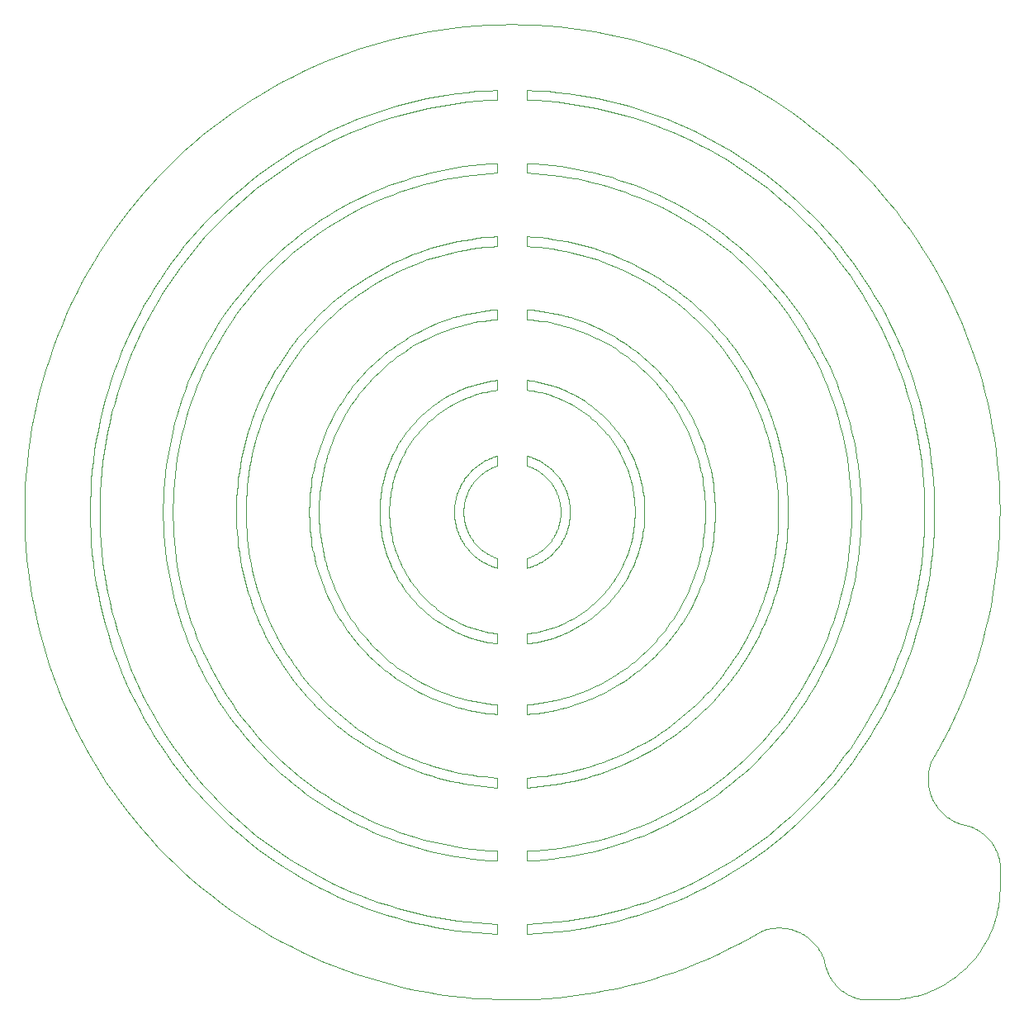
<source format=gbp>
G75*
%MOIN*%
%OFA0B0*%
%FSLAX25Y25*%
%IPPOS*%
%LPD*%
%AMOC8*
5,1,8,0,0,1.08239X$1,22.5*
%
%ADD10C,0.00039*%
D10*
X0196079Y0051394D02*
X0196079Y0055331D01*
X0207890Y0055331D02*
X0207890Y0051394D01*
X0207890Y0080921D02*
X0207890Y0084858D01*
X0196079Y0084858D02*
X0196079Y0080921D01*
X0196079Y0110449D02*
X0196079Y0114386D01*
X0207890Y0114386D02*
X0207890Y0110449D01*
X0207890Y0139976D02*
X0207890Y0143913D01*
X0196079Y0143913D02*
X0196079Y0139976D01*
X0196079Y0168520D02*
X0196079Y0172457D01*
X0207890Y0172457D02*
X0207890Y0168520D01*
X0207890Y0199031D02*
X0207890Y0202969D01*
X0196079Y0202969D02*
X0196079Y0199031D01*
X0302378Y0052378D02*
X0298200Y0049969D01*
X0293964Y0047663D01*
X0289673Y0045461D01*
X0285329Y0043366D01*
X0280935Y0041377D01*
X0276494Y0039497D01*
X0272009Y0037726D01*
X0267481Y0036065D01*
X0262913Y0034516D01*
X0258310Y0033080D01*
X0253672Y0031756D01*
X0249003Y0030547D01*
X0244306Y0029452D01*
X0239584Y0028473D01*
X0234839Y0027610D01*
X0230075Y0026863D01*
X0225293Y0026233D01*
X0220498Y0025721D01*
X0215691Y0025326D01*
X0210876Y0025049D01*
X0206056Y0024890D01*
X0201233Y0024849D01*
X0196411Y0024927D01*
X0191592Y0025123D01*
X0186780Y0025436D01*
X0181976Y0025868D01*
X0177185Y0026417D01*
X0172408Y0027083D01*
X0167650Y0027866D01*
X0162912Y0028765D01*
X0158197Y0029781D01*
X0153508Y0030911D01*
X0148849Y0032156D01*
X0144222Y0033515D01*
X0139629Y0034986D01*
X0135074Y0036570D01*
X0130559Y0038265D01*
X0126086Y0040070D01*
X0121660Y0041985D01*
X0117281Y0044007D01*
X0112954Y0046135D01*
X0108680Y0048369D01*
X0104462Y0050707D01*
X0100302Y0053148D01*
X0096203Y0055690D01*
X0092168Y0058332D01*
X0088199Y0061071D01*
X0084299Y0063908D01*
X0080469Y0066838D01*
X0076712Y0069862D01*
X0073030Y0072977D01*
X0069425Y0076181D01*
X0065900Y0079473D01*
X0062457Y0082850D01*
X0059098Y0086310D01*
X0055824Y0089852D01*
X0052638Y0093472D01*
X0049542Y0097170D01*
X0046537Y0100942D01*
X0043626Y0104787D01*
X0040810Y0108703D01*
X0038090Y0112685D01*
X0035469Y0116734D01*
X0032948Y0120845D01*
X0030529Y0125017D01*
X0028212Y0129247D01*
X0026000Y0133532D01*
X0023893Y0137871D01*
X0021893Y0142259D01*
X0020002Y0146696D01*
X0018219Y0151177D01*
X0016548Y0155701D01*
X0014987Y0160264D01*
X0013538Y0164864D01*
X0012203Y0169498D01*
X0010982Y0174164D01*
X0009875Y0178858D01*
X0008884Y0183578D01*
X0008009Y0188321D01*
X0007250Y0193083D01*
X0006608Y0197863D01*
X0006083Y0202657D01*
X0005676Y0207463D01*
X0005387Y0212277D01*
X0005216Y0217097D01*
X0005163Y0221919D01*
X0005228Y0226742D01*
X0005412Y0231561D01*
X0005713Y0236374D01*
X0006132Y0241179D01*
X0006669Y0245971D01*
X0007323Y0250750D01*
X0008094Y0255510D01*
X0008982Y0260251D01*
X0009985Y0264968D01*
X0011103Y0269659D01*
X0012336Y0274322D01*
X0013683Y0278953D01*
X0015144Y0283549D01*
X0016716Y0288108D01*
X0018399Y0292628D01*
X0020193Y0297105D01*
X0022096Y0301536D01*
X0024107Y0305920D01*
X0026224Y0310253D01*
X0028448Y0314533D01*
X0030775Y0318757D01*
X0033205Y0322922D01*
X0035737Y0327027D01*
X0038368Y0331069D01*
X0041098Y0335045D01*
X0043924Y0338953D01*
X0046845Y0342790D01*
X0049859Y0346555D01*
X0052965Y0350245D01*
X0056160Y0353857D01*
X0059442Y0357391D01*
X0062811Y0360842D01*
X0066262Y0364211D01*
X0069796Y0367493D01*
X0073408Y0370688D01*
X0077098Y0373794D01*
X0080863Y0376808D01*
X0084700Y0379729D01*
X0088608Y0382555D01*
X0092584Y0385285D01*
X0096626Y0387916D01*
X0100731Y0390448D01*
X0104896Y0392878D01*
X0109120Y0395205D01*
X0113400Y0397429D01*
X0117733Y0399546D01*
X0122117Y0401557D01*
X0126548Y0403460D01*
X0131025Y0405254D01*
X0135545Y0406937D01*
X0140104Y0408509D01*
X0144700Y0409970D01*
X0149331Y0411317D01*
X0153994Y0412550D01*
X0158685Y0413668D01*
X0163402Y0414671D01*
X0168143Y0415559D01*
X0172903Y0416330D01*
X0177682Y0416984D01*
X0182474Y0417521D01*
X0187279Y0417940D01*
X0192092Y0418241D01*
X0196911Y0418425D01*
X0201734Y0418490D01*
X0206556Y0418437D01*
X0211376Y0418266D01*
X0216190Y0417977D01*
X0220996Y0417570D01*
X0225790Y0417045D01*
X0230570Y0416403D01*
X0235332Y0415644D01*
X0240075Y0414769D01*
X0244795Y0413778D01*
X0249489Y0412671D01*
X0254155Y0411450D01*
X0258789Y0410115D01*
X0263389Y0408666D01*
X0267952Y0407105D01*
X0272476Y0405434D01*
X0276957Y0403651D01*
X0281394Y0401760D01*
X0285782Y0399760D01*
X0290121Y0397653D01*
X0294406Y0395441D01*
X0298636Y0393124D01*
X0302808Y0390705D01*
X0306919Y0388184D01*
X0310968Y0385563D01*
X0314950Y0382843D01*
X0318866Y0380027D01*
X0322711Y0377116D01*
X0326483Y0374111D01*
X0330181Y0371015D01*
X0333801Y0367829D01*
X0337343Y0364555D01*
X0340803Y0361196D01*
X0344180Y0357753D01*
X0347472Y0354228D01*
X0350676Y0350623D01*
X0353791Y0346941D01*
X0356815Y0343184D01*
X0359745Y0339354D01*
X0362582Y0335454D01*
X0365321Y0331485D01*
X0367963Y0327450D01*
X0370505Y0323351D01*
X0372946Y0319191D01*
X0375284Y0314973D01*
X0377518Y0310699D01*
X0379646Y0306372D01*
X0381668Y0301993D01*
X0383583Y0297567D01*
X0385388Y0293094D01*
X0387083Y0288579D01*
X0388667Y0284024D01*
X0390138Y0279431D01*
X0391497Y0274804D01*
X0392742Y0270145D01*
X0393872Y0265456D01*
X0394888Y0260741D01*
X0395787Y0256003D01*
X0396570Y0251245D01*
X0397236Y0246468D01*
X0397785Y0241677D01*
X0398217Y0236873D01*
X0398530Y0232061D01*
X0398726Y0227242D01*
X0398804Y0222420D01*
X0398763Y0217597D01*
X0398604Y0212777D01*
X0398327Y0207962D01*
X0397932Y0203155D01*
X0397420Y0198360D01*
X0396790Y0193578D01*
X0396043Y0188814D01*
X0395180Y0184069D01*
X0394201Y0179347D01*
X0393106Y0174650D01*
X0391897Y0169981D01*
X0390573Y0165343D01*
X0389137Y0160740D01*
X0387588Y0156172D01*
X0385927Y0151644D01*
X0384156Y0147159D01*
X0382276Y0142718D01*
X0380287Y0138324D01*
X0378192Y0133980D01*
X0375990Y0129689D01*
X0373684Y0125453D01*
X0371275Y0121275D01*
X0371276Y0121276D02*
X0371104Y0120843D01*
X0370942Y0120407D01*
X0370791Y0119967D01*
X0370651Y0119523D01*
X0370521Y0119076D01*
X0370403Y0118627D01*
X0370295Y0118174D01*
X0370198Y0117719D01*
X0370113Y0117261D01*
X0370038Y0116802D01*
X0369975Y0116341D01*
X0369923Y0115879D01*
X0369882Y0115415D01*
X0369852Y0114951D01*
X0369833Y0114486D01*
X0369826Y0114021D01*
X0369830Y0113556D01*
X0369845Y0113091D01*
X0369872Y0112626D01*
X0369910Y0112162D01*
X0369959Y0111700D01*
X0370019Y0111238D01*
X0370090Y0110779D01*
X0370173Y0110321D01*
X0370266Y0109865D01*
X0370371Y0109411D01*
X0370486Y0108961D01*
X0370613Y0108513D01*
X0370750Y0108068D01*
X0370898Y0107627D01*
X0371056Y0107190D01*
X0371225Y0106756D01*
X0371405Y0106327D01*
X0371594Y0105902D01*
X0371795Y0105482D01*
X0372005Y0105067D01*
X0372225Y0104657D01*
X0372455Y0104253D01*
X0372695Y0103854D01*
X0372944Y0103461D01*
X0373203Y0103075D01*
X0373471Y0102694D01*
X0373748Y0102321D01*
X0374034Y0101954D01*
X0374329Y0101594D01*
X0374633Y0101241D01*
X0374945Y0100896D01*
X0375265Y0100559D01*
X0375594Y0100229D01*
X0375930Y0099907D01*
X0376274Y0099594D01*
X0376625Y0099289D01*
X0376984Y0098993D01*
X0377350Y0098705D01*
X0377723Y0098427D01*
X0378102Y0098157D01*
X0378488Y0097897D01*
X0378879Y0097646D01*
X0379277Y0097405D01*
X0379681Y0097174D01*
X0380090Y0096952D01*
X0380504Y0096740D01*
X0380924Y0096538D01*
X0381348Y0096347D01*
X0381776Y0096166D01*
X0382209Y0095995D01*
X0382646Y0095835D01*
X0383087Y0095686D01*
X0383087Y0095684D02*
X0383532Y0095615D01*
X0383975Y0095535D01*
X0384417Y0095445D01*
X0384856Y0095343D01*
X0385293Y0095231D01*
X0385726Y0095109D01*
X0386157Y0094976D01*
X0386584Y0094832D01*
X0387008Y0094678D01*
X0387427Y0094514D01*
X0387843Y0094340D01*
X0388254Y0094156D01*
X0388661Y0093962D01*
X0389063Y0093758D01*
X0389460Y0093544D01*
X0389851Y0093321D01*
X0390237Y0093088D01*
X0390617Y0092846D01*
X0390991Y0092595D01*
X0391359Y0092335D01*
X0391721Y0092066D01*
X0392076Y0091788D01*
X0392424Y0091502D01*
X0392765Y0091207D01*
X0393099Y0090904D01*
X0393425Y0090594D01*
X0393744Y0090275D01*
X0394054Y0089949D01*
X0394357Y0089615D01*
X0394652Y0089274D01*
X0394938Y0088926D01*
X0395216Y0088571D01*
X0395485Y0088209D01*
X0395745Y0087841D01*
X0395996Y0087467D01*
X0396238Y0087087D01*
X0396471Y0086701D01*
X0396694Y0086310D01*
X0396908Y0085913D01*
X0397112Y0085511D01*
X0397306Y0085104D01*
X0397490Y0084693D01*
X0397664Y0084277D01*
X0397828Y0083858D01*
X0397982Y0083434D01*
X0398126Y0083007D01*
X0398259Y0082576D01*
X0398381Y0082143D01*
X0398493Y0081706D01*
X0398595Y0081267D01*
X0398685Y0080825D01*
X0398765Y0080382D01*
X0398834Y0079937D01*
X0398835Y0079937D02*
X0398835Y0070094D01*
X0398822Y0069000D01*
X0398782Y0067907D01*
X0398716Y0066814D01*
X0398624Y0065724D01*
X0398505Y0064637D01*
X0398360Y0063552D01*
X0398189Y0062471D01*
X0397992Y0061395D01*
X0397768Y0060324D01*
X0397519Y0059259D01*
X0397245Y0058200D01*
X0396945Y0057148D01*
X0396619Y0056103D01*
X0396268Y0055067D01*
X0395893Y0054039D01*
X0395492Y0053021D01*
X0395068Y0052012D01*
X0394619Y0051015D01*
X0394146Y0050028D01*
X0393649Y0049053D01*
X0393129Y0048091D01*
X0392586Y0047141D01*
X0392020Y0046205D01*
X0391431Y0045282D01*
X0390820Y0044374D01*
X0390188Y0043481D01*
X0389534Y0042604D01*
X0388860Y0041743D01*
X0388164Y0040898D01*
X0387449Y0040070D01*
X0386713Y0039260D01*
X0385958Y0038468D01*
X0385185Y0037695D01*
X0384393Y0036940D01*
X0383583Y0036204D01*
X0382755Y0035489D01*
X0381910Y0034793D01*
X0381049Y0034119D01*
X0380172Y0033465D01*
X0379279Y0032833D01*
X0378371Y0032222D01*
X0377448Y0031633D01*
X0376512Y0031067D01*
X0375562Y0030524D01*
X0374600Y0030004D01*
X0373625Y0029507D01*
X0372638Y0029034D01*
X0371641Y0028585D01*
X0370632Y0028161D01*
X0369614Y0027760D01*
X0368586Y0027385D01*
X0367550Y0027034D01*
X0366505Y0026708D01*
X0365453Y0026408D01*
X0364394Y0026134D01*
X0363329Y0025885D01*
X0362258Y0025661D01*
X0361182Y0025464D01*
X0360101Y0025293D01*
X0359016Y0025148D01*
X0357929Y0025029D01*
X0356839Y0024937D01*
X0355746Y0024871D01*
X0354653Y0024831D01*
X0353559Y0024818D01*
X0353559Y0024819D02*
X0343717Y0024819D01*
X0343716Y0024820D02*
X0343271Y0024889D01*
X0342828Y0024969D01*
X0342386Y0025059D01*
X0341947Y0025161D01*
X0341510Y0025273D01*
X0341077Y0025395D01*
X0340646Y0025528D01*
X0340219Y0025672D01*
X0339795Y0025826D01*
X0339376Y0025990D01*
X0338960Y0026164D01*
X0338549Y0026348D01*
X0338142Y0026542D01*
X0337740Y0026746D01*
X0337343Y0026960D01*
X0336952Y0027183D01*
X0336566Y0027416D01*
X0336186Y0027658D01*
X0335812Y0027909D01*
X0335444Y0028169D01*
X0335082Y0028438D01*
X0334727Y0028716D01*
X0334379Y0029002D01*
X0334038Y0029297D01*
X0333704Y0029600D01*
X0333378Y0029910D01*
X0333059Y0030229D01*
X0332749Y0030555D01*
X0332446Y0030889D01*
X0332151Y0031230D01*
X0331865Y0031578D01*
X0331587Y0031933D01*
X0331318Y0032295D01*
X0331058Y0032663D01*
X0330807Y0033037D01*
X0330565Y0033417D01*
X0330332Y0033803D01*
X0330109Y0034194D01*
X0329895Y0034591D01*
X0329691Y0034993D01*
X0329497Y0035400D01*
X0329313Y0035811D01*
X0329139Y0036227D01*
X0328975Y0036646D01*
X0328821Y0037070D01*
X0328677Y0037497D01*
X0328544Y0037928D01*
X0328422Y0038361D01*
X0328310Y0038798D01*
X0328208Y0039237D01*
X0328118Y0039679D01*
X0328038Y0040122D01*
X0327969Y0040567D01*
X0327968Y0040566D02*
X0327819Y0041007D01*
X0327659Y0041444D01*
X0327488Y0041877D01*
X0327307Y0042305D01*
X0327116Y0042729D01*
X0326914Y0043149D01*
X0326702Y0043563D01*
X0326480Y0043972D01*
X0326249Y0044376D01*
X0326008Y0044774D01*
X0325757Y0045165D01*
X0325497Y0045551D01*
X0325227Y0045930D01*
X0324949Y0046303D01*
X0324661Y0046669D01*
X0324365Y0047028D01*
X0324060Y0047379D01*
X0323747Y0047723D01*
X0323425Y0048059D01*
X0323095Y0048388D01*
X0322758Y0048708D01*
X0322413Y0049020D01*
X0322060Y0049324D01*
X0321700Y0049619D01*
X0321333Y0049905D01*
X0320960Y0050182D01*
X0320579Y0050450D01*
X0320193Y0050709D01*
X0319800Y0050958D01*
X0319401Y0051198D01*
X0318997Y0051428D01*
X0318587Y0051648D01*
X0318172Y0051858D01*
X0317752Y0052059D01*
X0317327Y0052248D01*
X0316898Y0052428D01*
X0316464Y0052597D01*
X0316027Y0052755D01*
X0315586Y0052903D01*
X0315141Y0053040D01*
X0314693Y0053167D01*
X0314243Y0053282D01*
X0313789Y0053387D01*
X0313333Y0053480D01*
X0312875Y0053563D01*
X0312416Y0053634D01*
X0311954Y0053694D01*
X0311492Y0053743D01*
X0311028Y0053781D01*
X0310563Y0053808D01*
X0310098Y0053823D01*
X0309633Y0053827D01*
X0309168Y0053820D01*
X0308703Y0053801D01*
X0308239Y0053771D01*
X0307775Y0053730D01*
X0307313Y0053678D01*
X0306852Y0053615D01*
X0306393Y0053540D01*
X0305935Y0053455D01*
X0305480Y0053358D01*
X0305027Y0053250D01*
X0304578Y0053132D01*
X0304131Y0053002D01*
X0303687Y0052862D01*
X0303247Y0052711D01*
X0302811Y0052549D01*
X0302378Y0052377D01*
X0207889Y0055331D02*
X0211941Y0055524D01*
X0215987Y0055816D01*
X0220024Y0056207D01*
X0224050Y0056695D01*
X0228064Y0057282D01*
X0232062Y0057966D01*
X0236042Y0058748D01*
X0240002Y0059626D01*
X0243939Y0060601D01*
X0247852Y0061671D01*
X0251737Y0062836D01*
X0255592Y0064095D01*
X0259416Y0065449D01*
X0263206Y0066894D01*
X0266959Y0068432D01*
X0270674Y0070061D01*
X0274348Y0071780D01*
X0277979Y0073588D01*
X0281564Y0075483D01*
X0285103Y0077466D01*
X0288592Y0079534D01*
X0292030Y0081687D01*
X0295414Y0083923D01*
X0298743Y0086240D01*
X0302014Y0088638D01*
X0305226Y0091115D01*
X0308377Y0093670D01*
X0311464Y0096300D01*
X0314487Y0099005D01*
X0317442Y0101783D01*
X0320329Y0104632D01*
X0323146Y0107551D01*
X0325891Y0110537D01*
X0328562Y0113589D01*
X0331158Y0116706D01*
X0333678Y0119885D01*
X0336119Y0123124D01*
X0338480Y0126422D01*
X0340761Y0129776D01*
X0342959Y0133185D01*
X0345073Y0136646D01*
X0347102Y0140158D01*
X0349045Y0143719D01*
X0350901Y0147325D01*
X0352668Y0150976D01*
X0354346Y0154669D01*
X0355934Y0158402D01*
X0357430Y0162172D01*
X0358833Y0165977D01*
X0360144Y0169816D01*
X0361360Y0173685D01*
X0362482Y0177583D01*
X0363509Y0181507D01*
X0364440Y0185455D01*
X0365274Y0189424D01*
X0366011Y0193413D01*
X0366651Y0197418D01*
X0367193Y0201438D01*
X0367637Y0205470D01*
X0367982Y0209511D01*
X0368229Y0213560D01*
X0368378Y0217613D01*
X0368427Y0221669D01*
X0368378Y0225725D01*
X0368229Y0229778D01*
X0367982Y0233827D01*
X0367637Y0237868D01*
X0367193Y0241900D01*
X0366651Y0245920D01*
X0366011Y0249925D01*
X0365274Y0253914D01*
X0364440Y0257883D01*
X0363509Y0261831D01*
X0362482Y0265755D01*
X0361360Y0269653D01*
X0360144Y0273522D01*
X0358833Y0277361D01*
X0357430Y0281166D01*
X0355934Y0284936D01*
X0354346Y0288669D01*
X0352668Y0292362D01*
X0350901Y0296013D01*
X0349045Y0299619D01*
X0347102Y0303180D01*
X0345073Y0306692D01*
X0342959Y0310153D01*
X0340761Y0313562D01*
X0338480Y0316916D01*
X0336119Y0320214D01*
X0333678Y0323453D01*
X0331158Y0326632D01*
X0328562Y0329749D01*
X0325891Y0332801D01*
X0323146Y0335787D01*
X0320329Y0338706D01*
X0317442Y0341555D01*
X0314487Y0344333D01*
X0311464Y0347038D01*
X0308377Y0349668D01*
X0305226Y0352223D01*
X0302014Y0354700D01*
X0298743Y0357098D01*
X0295414Y0359415D01*
X0292030Y0361651D01*
X0288592Y0363804D01*
X0285103Y0365872D01*
X0281564Y0367855D01*
X0277979Y0369750D01*
X0274348Y0371558D01*
X0270674Y0373277D01*
X0266959Y0374906D01*
X0263206Y0376444D01*
X0259416Y0377889D01*
X0255592Y0379243D01*
X0251737Y0380502D01*
X0247852Y0381667D01*
X0243939Y0382737D01*
X0240002Y0383712D01*
X0236042Y0384590D01*
X0232062Y0385372D01*
X0228064Y0386056D01*
X0224050Y0386643D01*
X0220024Y0387131D01*
X0215987Y0387522D01*
X0211941Y0387814D01*
X0207889Y0388007D01*
X0207890Y0388008D02*
X0207890Y0391945D01*
X0196079Y0391945D02*
X0196079Y0388008D01*
X0196079Y0362417D02*
X0196079Y0358480D01*
X0207890Y0358480D02*
X0207890Y0362417D01*
X0207890Y0332890D02*
X0207890Y0328953D01*
X0196079Y0328953D02*
X0196079Y0332890D01*
X0196079Y0303362D02*
X0196079Y0299425D01*
X0207890Y0299425D02*
X0207890Y0303362D01*
X0207890Y0274819D02*
X0207890Y0270882D01*
X0196079Y0270882D02*
X0196079Y0274819D01*
X0196079Y0244307D02*
X0196079Y0240370D01*
X0207890Y0240370D02*
X0207890Y0244307D01*
X0207890Y0391945D02*
X0212039Y0391750D01*
X0216183Y0391454D01*
X0220318Y0391058D01*
X0224442Y0390560D01*
X0228553Y0389963D01*
X0232649Y0389265D01*
X0236726Y0388467D01*
X0240782Y0387571D01*
X0244815Y0386576D01*
X0248823Y0385482D01*
X0252803Y0384292D01*
X0256753Y0383004D01*
X0260670Y0381621D01*
X0264552Y0380143D01*
X0268397Y0378570D01*
X0272203Y0376904D01*
X0275967Y0375146D01*
X0279686Y0373297D01*
X0283360Y0371357D01*
X0286985Y0369329D01*
X0290560Y0367213D01*
X0294082Y0365010D01*
X0297550Y0362722D01*
X0300960Y0360350D01*
X0304312Y0357896D01*
X0307603Y0355360D01*
X0310831Y0352745D01*
X0313994Y0350053D01*
X0317091Y0347284D01*
X0320119Y0344440D01*
X0323077Y0341523D01*
X0325964Y0338535D01*
X0328776Y0335478D01*
X0331513Y0332353D01*
X0334173Y0329162D01*
X0336754Y0325907D01*
X0339256Y0322590D01*
X0341675Y0319214D01*
X0344012Y0315779D01*
X0346264Y0312288D01*
X0348431Y0308744D01*
X0350510Y0305147D01*
X0352501Y0301501D01*
X0354403Y0297808D01*
X0356214Y0294069D01*
X0357933Y0290287D01*
X0359560Y0286465D01*
X0361093Y0282604D01*
X0362531Y0278707D01*
X0363874Y0274775D01*
X0365121Y0270813D01*
X0366270Y0266821D01*
X0367322Y0262802D01*
X0368276Y0258759D01*
X0369131Y0254693D01*
X0369886Y0250608D01*
X0370542Y0246506D01*
X0371097Y0242389D01*
X0371552Y0238260D01*
X0371906Y0234121D01*
X0372159Y0229974D01*
X0372311Y0225823D01*
X0372362Y0221669D01*
X0372311Y0217515D01*
X0372159Y0213364D01*
X0371906Y0209217D01*
X0371552Y0205078D01*
X0371097Y0200949D01*
X0370542Y0196832D01*
X0369886Y0192730D01*
X0369131Y0188645D01*
X0368276Y0184579D01*
X0367322Y0180536D01*
X0366270Y0176517D01*
X0365121Y0172525D01*
X0363874Y0168563D01*
X0362531Y0164631D01*
X0361093Y0160734D01*
X0359560Y0156873D01*
X0357933Y0153051D01*
X0356214Y0149269D01*
X0354403Y0145530D01*
X0352501Y0141837D01*
X0350510Y0138191D01*
X0348431Y0134594D01*
X0346264Y0131050D01*
X0344012Y0127559D01*
X0341675Y0124124D01*
X0339256Y0120748D01*
X0336754Y0117431D01*
X0334173Y0114176D01*
X0331513Y0110985D01*
X0328776Y0107860D01*
X0325964Y0104803D01*
X0323077Y0101815D01*
X0320119Y0098898D01*
X0317091Y0096054D01*
X0313994Y0093285D01*
X0310831Y0090593D01*
X0307603Y0087978D01*
X0304312Y0085442D01*
X0300960Y0082988D01*
X0297550Y0080616D01*
X0294082Y0078328D01*
X0290560Y0076125D01*
X0286985Y0074009D01*
X0283360Y0071981D01*
X0279686Y0070041D01*
X0275967Y0068192D01*
X0272203Y0066434D01*
X0268397Y0064768D01*
X0264552Y0063195D01*
X0260670Y0061717D01*
X0256753Y0060334D01*
X0252803Y0059046D01*
X0248823Y0057856D01*
X0244815Y0056762D01*
X0240782Y0055767D01*
X0236726Y0054871D01*
X0232649Y0054073D01*
X0228553Y0053375D01*
X0224442Y0052778D01*
X0220318Y0052280D01*
X0216183Y0051884D01*
X0212039Y0051588D01*
X0207890Y0051393D01*
X0207890Y0080921D02*
X0211330Y0081107D01*
X0214766Y0081378D01*
X0218193Y0081733D01*
X0221611Y0082171D01*
X0225017Y0082693D01*
X0228410Y0083298D01*
X0231786Y0083985D01*
X0235145Y0084756D01*
X0238484Y0085608D01*
X0241801Y0086541D01*
X0245094Y0087555D01*
X0248362Y0088650D01*
X0251601Y0089824D01*
X0254811Y0091077D01*
X0257990Y0092408D01*
X0261135Y0093817D01*
X0264244Y0095302D01*
X0267316Y0096863D01*
X0270349Y0098498D01*
X0273342Y0100207D01*
X0276291Y0101989D01*
X0279196Y0103842D01*
X0282055Y0105766D01*
X0284866Y0107759D01*
X0287627Y0109820D01*
X0290338Y0111949D01*
X0292995Y0114142D01*
X0295598Y0116401D01*
X0298144Y0118722D01*
X0300634Y0121105D01*
X0303064Y0123548D01*
X0305434Y0126049D01*
X0307741Y0128608D01*
X0309986Y0131223D01*
X0312166Y0133892D01*
X0314280Y0136613D01*
X0316327Y0139385D01*
X0318305Y0142206D01*
X0320214Y0145075D01*
X0322052Y0147990D01*
X0323818Y0150949D01*
X0325512Y0153950D01*
X0327131Y0156992D01*
X0328676Y0160072D01*
X0330144Y0163189D01*
X0331536Y0166342D01*
X0332851Y0169527D01*
X0334087Y0172743D01*
X0335244Y0175989D01*
X0336322Y0179262D01*
X0337319Y0182561D01*
X0338235Y0185883D01*
X0339069Y0189226D01*
X0339822Y0192589D01*
X0340492Y0195969D01*
X0341079Y0199364D01*
X0341583Y0202773D01*
X0342003Y0206193D01*
X0342340Y0209623D01*
X0342593Y0213059D01*
X0342761Y0216501D01*
X0342845Y0219946D01*
X0342845Y0223392D01*
X0342761Y0226837D01*
X0342593Y0230279D01*
X0342340Y0233715D01*
X0342003Y0237145D01*
X0341583Y0240565D01*
X0341079Y0243974D01*
X0340492Y0247369D01*
X0339822Y0250749D01*
X0339069Y0254112D01*
X0338235Y0257455D01*
X0337319Y0260777D01*
X0336322Y0264076D01*
X0335244Y0267349D01*
X0334087Y0270595D01*
X0332851Y0273811D01*
X0331536Y0276996D01*
X0330144Y0280149D01*
X0328676Y0283266D01*
X0327131Y0286346D01*
X0325512Y0289388D01*
X0323818Y0292389D01*
X0322052Y0295348D01*
X0320214Y0298263D01*
X0318305Y0301132D01*
X0316327Y0303953D01*
X0314280Y0306725D01*
X0312166Y0309446D01*
X0309986Y0312115D01*
X0307741Y0314730D01*
X0305434Y0317289D01*
X0303064Y0319790D01*
X0300634Y0322233D01*
X0298144Y0324616D01*
X0295598Y0326937D01*
X0292995Y0329196D01*
X0290338Y0331389D01*
X0287627Y0333518D01*
X0284866Y0335579D01*
X0282055Y0337572D01*
X0279196Y0339496D01*
X0276291Y0341349D01*
X0273342Y0343131D01*
X0270349Y0344840D01*
X0267316Y0346475D01*
X0264244Y0348036D01*
X0261135Y0349521D01*
X0257990Y0350930D01*
X0254811Y0352261D01*
X0251601Y0353514D01*
X0248362Y0354688D01*
X0245094Y0355783D01*
X0241801Y0356797D01*
X0238484Y0357730D01*
X0235145Y0358582D01*
X0231786Y0359353D01*
X0228410Y0360040D01*
X0225017Y0360645D01*
X0221611Y0361167D01*
X0218193Y0361605D01*
X0214766Y0361960D01*
X0211330Y0362231D01*
X0207890Y0362417D01*
X0207889Y0358480D02*
X0211231Y0358294D01*
X0214568Y0358028D01*
X0217897Y0357679D01*
X0221216Y0357250D01*
X0224524Y0356739D01*
X0227818Y0356148D01*
X0231097Y0355476D01*
X0234359Y0354725D01*
X0237601Y0353894D01*
X0240822Y0352984D01*
X0244020Y0351996D01*
X0247192Y0350929D01*
X0250338Y0349786D01*
X0253455Y0348566D01*
X0256541Y0347270D01*
X0259594Y0345899D01*
X0262613Y0344454D01*
X0265596Y0342935D01*
X0268541Y0341345D01*
X0271446Y0339682D01*
X0274309Y0337949D01*
X0277129Y0336147D01*
X0279905Y0334276D01*
X0282634Y0332338D01*
X0285314Y0330334D01*
X0287945Y0328265D01*
X0290525Y0326132D01*
X0293051Y0323937D01*
X0295524Y0321681D01*
X0297940Y0319365D01*
X0300299Y0316990D01*
X0302599Y0314559D01*
X0304840Y0312072D01*
X0307018Y0309532D01*
X0309134Y0306938D01*
X0311186Y0304294D01*
X0313173Y0301600D01*
X0315093Y0298859D01*
X0316946Y0296072D01*
X0318730Y0293240D01*
X0320444Y0290365D01*
X0322088Y0287449D01*
X0323660Y0284494D01*
X0325159Y0281502D01*
X0326584Y0278474D01*
X0327936Y0275411D01*
X0329211Y0272317D01*
X0330411Y0269192D01*
X0331534Y0266039D01*
X0332580Y0262860D01*
X0333548Y0259656D01*
X0334437Y0256429D01*
X0335247Y0253182D01*
X0335977Y0249915D01*
X0336627Y0246632D01*
X0337197Y0243334D01*
X0337686Y0240023D01*
X0338094Y0236701D01*
X0338421Y0233370D01*
X0338666Y0230032D01*
X0338830Y0226689D01*
X0338912Y0223343D01*
X0338912Y0219995D01*
X0338830Y0216649D01*
X0338666Y0213306D01*
X0338421Y0209968D01*
X0338094Y0206637D01*
X0337686Y0203315D01*
X0337197Y0200004D01*
X0336627Y0196706D01*
X0335977Y0193423D01*
X0335247Y0190156D01*
X0334437Y0186909D01*
X0333548Y0183682D01*
X0332580Y0180478D01*
X0331534Y0177299D01*
X0330411Y0174146D01*
X0329211Y0171021D01*
X0327936Y0167927D01*
X0326584Y0164864D01*
X0325159Y0161836D01*
X0323660Y0158844D01*
X0322088Y0155889D01*
X0320444Y0152973D01*
X0318730Y0150098D01*
X0316946Y0147266D01*
X0315093Y0144479D01*
X0313173Y0141738D01*
X0311186Y0139044D01*
X0309134Y0136400D01*
X0307018Y0133806D01*
X0304840Y0131266D01*
X0302599Y0128779D01*
X0300299Y0126348D01*
X0297940Y0123973D01*
X0295524Y0121657D01*
X0293051Y0119401D01*
X0290525Y0117206D01*
X0287945Y0115073D01*
X0285314Y0113004D01*
X0282634Y0111000D01*
X0279905Y0109062D01*
X0277129Y0107191D01*
X0274309Y0105389D01*
X0271446Y0103656D01*
X0268541Y0101993D01*
X0265596Y0100403D01*
X0262613Y0098884D01*
X0259594Y0097439D01*
X0256541Y0096068D01*
X0253455Y0094772D01*
X0250338Y0093552D01*
X0247192Y0092409D01*
X0244020Y0091342D01*
X0240822Y0090354D01*
X0237601Y0089444D01*
X0234359Y0088613D01*
X0231097Y0087862D01*
X0227818Y0087190D01*
X0224524Y0086599D01*
X0221216Y0086088D01*
X0217897Y0085659D01*
X0214568Y0085310D01*
X0211231Y0085044D01*
X0207889Y0084858D01*
X0207890Y0114385D02*
X0210510Y0114562D01*
X0213126Y0114802D01*
X0215735Y0115107D01*
X0218336Y0115475D01*
X0220927Y0115906D01*
X0223507Y0116401D01*
X0226074Y0116958D01*
X0228627Y0117579D01*
X0231163Y0118261D01*
X0233683Y0119005D01*
X0236183Y0119811D01*
X0238663Y0120677D01*
X0241121Y0121604D01*
X0243555Y0122591D01*
X0245965Y0123637D01*
X0248348Y0124741D01*
X0250704Y0125903D01*
X0253030Y0127123D01*
X0255326Y0128399D01*
X0257590Y0129731D01*
X0259821Y0131118D01*
X0262018Y0132559D01*
X0264178Y0134053D01*
X0266301Y0135600D01*
X0268386Y0137198D01*
X0270431Y0138846D01*
X0272436Y0140544D01*
X0274398Y0142291D01*
X0276317Y0144085D01*
X0278191Y0145925D01*
X0280020Y0147811D01*
X0281802Y0149740D01*
X0283537Y0151713D01*
X0285222Y0153728D01*
X0286858Y0155783D01*
X0288444Y0157877D01*
X0289977Y0160010D01*
X0291458Y0162179D01*
X0292886Y0164385D01*
X0294259Y0166624D01*
X0295577Y0168896D01*
X0296839Y0171200D01*
X0298045Y0173534D01*
X0299193Y0175896D01*
X0300283Y0178286D01*
X0301314Y0180702D01*
X0302285Y0183143D01*
X0303197Y0185606D01*
X0304049Y0188091D01*
X0304839Y0190597D01*
X0305568Y0193120D01*
X0306235Y0195661D01*
X0306839Y0198217D01*
X0307381Y0200788D01*
X0307860Y0203370D01*
X0308276Y0205964D01*
X0308628Y0208567D01*
X0308917Y0211178D01*
X0309141Y0213795D01*
X0309302Y0216417D01*
X0309398Y0219042D01*
X0309430Y0221669D01*
X0309398Y0224296D01*
X0309302Y0226921D01*
X0309141Y0229543D01*
X0308917Y0232160D01*
X0308628Y0234771D01*
X0308276Y0237374D01*
X0307860Y0239968D01*
X0307381Y0242550D01*
X0306839Y0245121D01*
X0306235Y0247677D01*
X0305568Y0250218D01*
X0304839Y0252741D01*
X0304049Y0255247D01*
X0303197Y0257732D01*
X0302285Y0260195D01*
X0301314Y0262636D01*
X0300283Y0265052D01*
X0299193Y0267442D01*
X0298045Y0269804D01*
X0296839Y0272138D01*
X0295577Y0274442D01*
X0294259Y0276714D01*
X0292886Y0278953D01*
X0291458Y0281159D01*
X0289977Y0283328D01*
X0288444Y0285461D01*
X0286858Y0287555D01*
X0285222Y0289610D01*
X0283537Y0291625D01*
X0281802Y0293598D01*
X0280020Y0295527D01*
X0278191Y0297413D01*
X0276317Y0299253D01*
X0274398Y0301047D01*
X0272436Y0302794D01*
X0270431Y0304492D01*
X0268386Y0306140D01*
X0266301Y0307738D01*
X0264178Y0309285D01*
X0262018Y0310779D01*
X0259821Y0312220D01*
X0257590Y0313607D01*
X0255326Y0314939D01*
X0253030Y0316215D01*
X0250704Y0317435D01*
X0248348Y0318597D01*
X0245965Y0319701D01*
X0243555Y0320747D01*
X0241121Y0321734D01*
X0238663Y0322661D01*
X0236183Y0323527D01*
X0233683Y0324333D01*
X0231163Y0325077D01*
X0228627Y0325759D01*
X0226074Y0326380D01*
X0223507Y0326937D01*
X0220927Y0327432D01*
X0218336Y0327863D01*
X0215735Y0328231D01*
X0213126Y0328536D01*
X0210510Y0328776D01*
X0207890Y0328953D01*
X0207890Y0332889D02*
X0210610Y0332711D01*
X0213326Y0332467D01*
X0216034Y0332156D01*
X0218734Y0331779D01*
X0221425Y0331336D01*
X0224103Y0330828D01*
X0226768Y0330253D01*
X0229419Y0329614D01*
X0232053Y0328910D01*
X0234669Y0328142D01*
X0237265Y0327310D01*
X0239840Y0326415D01*
X0242393Y0325457D01*
X0244921Y0324437D01*
X0247424Y0323355D01*
X0249899Y0322212D01*
X0252346Y0321009D01*
X0254763Y0319747D01*
X0257147Y0318426D01*
X0259499Y0317046D01*
X0261817Y0315610D01*
X0264098Y0314117D01*
X0266342Y0312569D01*
X0268548Y0310967D01*
X0270714Y0309310D01*
X0272839Y0307602D01*
X0274921Y0305842D01*
X0276959Y0304031D01*
X0278953Y0302171D01*
X0280900Y0300263D01*
X0282800Y0298308D01*
X0284652Y0296307D01*
X0286454Y0294261D01*
X0288206Y0292172D01*
X0289906Y0290040D01*
X0291553Y0287868D01*
X0293146Y0285655D01*
X0294685Y0283405D01*
X0296169Y0281117D01*
X0297596Y0278794D01*
X0298965Y0276436D01*
X0300277Y0274046D01*
X0301529Y0271625D01*
X0302722Y0269173D01*
X0303855Y0266693D01*
X0304926Y0264186D01*
X0305936Y0261653D01*
X0306884Y0259097D01*
X0307769Y0256518D01*
X0308590Y0253918D01*
X0309347Y0251299D01*
X0310040Y0248662D01*
X0310669Y0246009D01*
X0311232Y0243342D01*
X0311730Y0240661D01*
X0312162Y0237969D01*
X0312528Y0235267D01*
X0312827Y0232558D01*
X0313061Y0229841D01*
X0313228Y0227120D01*
X0313328Y0224395D01*
X0313361Y0221669D01*
X0313328Y0218943D01*
X0313228Y0216218D01*
X0313061Y0213497D01*
X0312827Y0210780D01*
X0312528Y0208071D01*
X0312162Y0205369D01*
X0311730Y0202677D01*
X0311232Y0199996D01*
X0310669Y0197329D01*
X0310040Y0194676D01*
X0309347Y0192039D01*
X0308590Y0189420D01*
X0307769Y0186820D01*
X0306884Y0184241D01*
X0305936Y0181685D01*
X0304926Y0179152D01*
X0303855Y0176645D01*
X0302722Y0174165D01*
X0301529Y0171713D01*
X0300277Y0169292D01*
X0298965Y0166902D01*
X0297596Y0164544D01*
X0296169Y0162221D01*
X0294685Y0159933D01*
X0293146Y0157683D01*
X0291553Y0155470D01*
X0289906Y0153298D01*
X0288206Y0151166D01*
X0286454Y0149077D01*
X0284652Y0147031D01*
X0282800Y0145030D01*
X0280900Y0143075D01*
X0278953Y0141167D01*
X0276959Y0139307D01*
X0274921Y0137496D01*
X0272839Y0135736D01*
X0270714Y0134028D01*
X0268548Y0132371D01*
X0266342Y0130769D01*
X0264098Y0129221D01*
X0261817Y0127728D01*
X0259499Y0126292D01*
X0257147Y0124912D01*
X0254763Y0123591D01*
X0252346Y0122329D01*
X0249899Y0121126D01*
X0247424Y0119983D01*
X0244921Y0118901D01*
X0242393Y0117881D01*
X0239840Y0116923D01*
X0237265Y0116028D01*
X0234669Y0115196D01*
X0232053Y0114428D01*
X0229419Y0113724D01*
X0226768Y0113085D01*
X0224103Y0112510D01*
X0221425Y0112002D01*
X0218734Y0111559D01*
X0216034Y0111182D01*
X0213326Y0110871D01*
X0210610Y0110627D01*
X0207890Y0110449D01*
X0207889Y0202968D02*
X0208343Y0203117D01*
X0208792Y0203278D01*
X0209237Y0203449D01*
X0209678Y0203630D01*
X0210115Y0203823D01*
X0210546Y0204026D01*
X0210973Y0204239D01*
X0211394Y0204463D01*
X0211810Y0204697D01*
X0212220Y0204941D01*
X0212624Y0205195D01*
X0213021Y0205459D01*
X0213412Y0205732D01*
X0213797Y0206015D01*
X0214174Y0206307D01*
X0214544Y0206608D01*
X0214906Y0206918D01*
X0215261Y0207236D01*
X0215609Y0207564D01*
X0215948Y0207899D01*
X0216278Y0208243D01*
X0216601Y0208595D01*
X0216914Y0208954D01*
X0217219Y0209321D01*
X0217515Y0209695D01*
X0217802Y0210076D01*
X0218079Y0210465D01*
X0218347Y0210859D01*
X0218605Y0211261D01*
X0218853Y0211668D01*
X0219091Y0212081D01*
X0219320Y0212500D01*
X0219537Y0212924D01*
X0219745Y0213354D01*
X0219942Y0213788D01*
X0220128Y0214228D01*
X0220304Y0214671D01*
X0220469Y0215119D01*
X0220623Y0215570D01*
X0220765Y0216025D01*
X0220897Y0216484D01*
X0221018Y0216945D01*
X0221127Y0217410D01*
X0221225Y0217877D01*
X0221311Y0218346D01*
X0221386Y0218817D01*
X0221450Y0219290D01*
X0221502Y0219764D01*
X0221543Y0220239D01*
X0221572Y0220715D01*
X0221589Y0221192D01*
X0221595Y0221669D01*
X0221589Y0222146D01*
X0221572Y0222623D01*
X0221543Y0223099D01*
X0221502Y0223574D01*
X0221450Y0224048D01*
X0221386Y0224521D01*
X0221311Y0224992D01*
X0221225Y0225461D01*
X0221127Y0225928D01*
X0221018Y0226393D01*
X0220897Y0226854D01*
X0220765Y0227313D01*
X0220623Y0227768D01*
X0220469Y0228219D01*
X0220304Y0228667D01*
X0220128Y0229110D01*
X0219942Y0229550D01*
X0219745Y0229984D01*
X0219537Y0230414D01*
X0219320Y0230838D01*
X0219091Y0231257D01*
X0218853Y0231670D01*
X0218605Y0232077D01*
X0218347Y0232479D01*
X0218079Y0232873D01*
X0217802Y0233262D01*
X0217515Y0233643D01*
X0217219Y0234017D01*
X0216914Y0234384D01*
X0216601Y0234743D01*
X0216278Y0235095D01*
X0215948Y0235439D01*
X0215609Y0235774D01*
X0215261Y0236102D01*
X0214906Y0236420D01*
X0214544Y0236730D01*
X0214174Y0237031D01*
X0213797Y0237323D01*
X0213412Y0237606D01*
X0213021Y0237879D01*
X0212624Y0238143D01*
X0212220Y0238397D01*
X0211810Y0238641D01*
X0211394Y0238875D01*
X0210973Y0239099D01*
X0210546Y0239312D01*
X0210115Y0239515D01*
X0209678Y0239708D01*
X0209237Y0239889D01*
X0208792Y0240060D01*
X0208343Y0240221D01*
X0207889Y0240370D01*
X0207889Y0244306D02*
X0208439Y0244156D01*
X0208985Y0243992D01*
X0209527Y0243815D01*
X0210064Y0243624D01*
X0210596Y0243421D01*
X0211124Y0243205D01*
X0211646Y0242976D01*
X0212162Y0242734D01*
X0212672Y0242480D01*
X0213176Y0242213D01*
X0213673Y0241935D01*
X0214163Y0241644D01*
X0214646Y0241341D01*
X0215122Y0241027D01*
X0215589Y0240701D01*
X0216049Y0240364D01*
X0216500Y0240016D01*
X0216943Y0239657D01*
X0217377Y0239287D01*
X0217801Y0238907D01*
X0218216Y0238516D01*
X0218622Y0238116D01*
X0219018Y0237706D01*
X0219403Y0237286D01*
X0219779Y0236857D01*
X0220143Y0236419D01*
X0220497Y0235972D01*
X0220840Y0235517D01*
X0221172Y0235054D01*
X0221492Y0234582D01*
X0221801Y0234103D01*
X0222098Y0233617D01*
X0222383Y0233123D01*
X0222656Y0232623D01*
X0222917Y0232116D01*
X0223165Y0231603D01*
X0223401Y0231084D01*
X0223624Y0230559D01*
X0223834Y0230030D01*
X0224031Y0229495D01*
X0224215Y0228955D01*
X0224386Y0228412D01*
X0224544Y0227864D01*
X0224688Y0227313D01*
X0224819Y0226758D01*
X0224936Y0226200D01*
X0225040Y0225640D01*
X0225129Y0225077D01*
X0225206Y0224512D01*
X0225268Y0223945D01*
X0225317Y0223377D01*
X0225351Y0222809D01*
X0225372Y0222239D01*
X0225379Y0221669D01*
X0225372Y0221099D01*
X0225351Y0220529D01*
X0225317Y0219961D01*
X0225268Y0219393D01*
X0225206Y0218826D01*
X0225129Y0218261D01*
X0225040Y0217698D01*
X0224936Y0217138D01*
X0224819Y0216580D01*
X0224688Y0216025D01*
X0224544Y0215474D01*
X0224386Y0214926D01*
X0224215Y0214383D01*
X0224031Y0213843D01*
X0223834Y0213308D01*
X0223624Y0212779D01*
X0223401Y0212254D01*
X0223165Y0211735D01*
X0222917Y0211222D01*
X0222656Y0210715D01*
X0222383Y0210215D01*
X0222098Y0209721D01*
X0221801Y0209235D01*
X0221492Y0208756D01*
X0221172Y0208284D01*
X0220840Y0207821D01*
X0220497Y0207366D01*
X0220143Y0206919D01*
X0219779Y0206481D01*
X0219403Y0206052D01*
X0219018Y0205632D01*
X0218622Y0205222D01*
X0218216Y0204822D01*
X0217801Y0204431D01*
X0217377Y0204051D01*
X0216943Y0203681D01*
X0216500Y0203322D01*
X0216049Y0202974D01*
X0215589Y0202637D01*
X0215122Y0202311D01*
X0214646Y0201997D01*
X0214163Y0201694D01*
X0213673Y0201403D01*
X0213176Y0201125D01*
X0212672Y0200858D01*
X0212162Y0200604D01*
X0211646Y0200362D01*
X0211124Y0200133D01*
X0210596Y0199917D01*
X0210064Y0199714D01*
X0209527Y0199523D01*
X0208985Y0199346D01*
X0208439Y0199182D01*
X0207889Y0199032D01*
X0207890Y0168519D02*
X0209192Y0168680D01*
X0210490Y0168873D01*
X0211783Y0169097D01*
X0213070Y0169354D01*
X0214350Y0169641D01*
X0215623Y0169961D01*
X0216888Y0170311D01*
X0218144Y0170692D01*
X0219390Y0171104D01*
X0220625Y0171546D01*
X0221849Y0172019D01*
X0223062Y0172521D01*
X0224261Y0173053D01*
X0225448Y0173614D01*
X0226620Y0174205D01*
X0227777Y0174823D01*
X0228919Y0175470D01*
X0230044Y0176145D01*
X0231153Y0176847D01*
X0232244Y0177577D01*
X0233317Y0178332D01*
X0234371Y0179114D01*
X0235405Y0179922D01*
X0236419Y0180754D01*
X0237413Y0181612D01*
X0238385Y0182493D01*
X0239335Y0183398D01*
X0240263Y0184326D01*
X0241168Y0185277D01*
X0242049Y0186249D01*
X0242906Y0187243D01*
X0243739Y0188257D01*
X0244546Y0189292D01*
X0245328Y0190346D01*
X0246083Y0191419D01*
X0246812Y0192510D01*
X0247514Y0193619D01*
X0248189Y0194745D01*
X0248835Y0195887D01*
X0249454Y0197044D01*
X0250044Y0198216D01*
X0250605Y0199403D01*
X0251137Y0200602D01*
X0251639Y0201815D01*
X0252111Y0203039D01*
X0252553Y0204275D01*
X0252965Y0205521D01*
X0253346Y0206777D01*
X0253696Y0208041D01*
X0254014Y0209314D01*
X0254302Y0210595D01*
X0254558Y0211882D01*
X0254782Y0213175D01*
X0254975Y0214473D01*
X0255135Y0215775D01*
X0255264Y0217081D01*
X0255360Y0218390D01*
X0255425Y0219701D01*
X0255457Y0221013D01*
X0255457Y0222325D01*
X0255425Y0223637D01*
X0255360Y0224948D01*
X0255264Y0226257D01*
X0255135Y0227563D01*
X0254975Y0228865D01*
X0254782Y0230163D01*
X0254558Y0231456D01*
X0254302Y0232743D01*
X0254014Y0234024D01*
X0253696Y0235297D01*
X0253346Y0236561D01*
X0252965Y0237817D01*
X0252553Y0239063D01*
X0252111Y0240299D01*
X0251639Y0241523D01*
X0251137Y0242736D01*
X0250605Y0243935D01*
X0250044Y0245122D01*
X0249454Y0246294D01*
X0248835Y0247451D01*
X0248189Y0248593D01*
X0247514Y0249719D01*
X0246812Y0250828D01*
X0246083Y0251919D01*
X0245328Y0252992D01*
X0244546Y0254046D01*
X0243739Y0255081D01*
X0242906Y0256095D01*
X0242049Y0257089D01*
X0241168Y0258061D01*
X0240263Y0259012D01*
X0239335Y0259940D01*
X0238385Y0260845D01*
X0237413Y0261726D01*
X0236419Y0262584D01*
X0235405Y0263416D01*
X0234371Y0264224D01*
X0233317Y0265006D01*
X0232244Y0265761D01*
X0231153Y0266491D01*
X0230044Y0267193D01*
X0228919Y0267868D01*
X0227777Y0268515D01*
X0226620Y0269133D01*
X0225448Y0269724D01*
X0224261Y0270285D01*
X0223062Y0270817D01*
X0221849Y0271319D01*
X0220625Y0271792D01*
X0219390Y0272234D01*
X0218144Y0272646D01*
X0216888Y0273027D01*
X0215623Y0273377D01*
X0214350Y0273697D01*
X0213070Y0273984D01*
X0211783Y0274241D01*
X0210490Y0274465D01*
X0209192Y0274658D01*
X0207890Y0274819D01*
X0196078Y0362417D02*
X0192638Y0362231D01*
X0189202Y0361960D01*
X0185775Y0361605D01*
X0182357Y0361167D01*
X0178951Y0360645D01*
X0175558Y0360040D01*
X0172182Y0359353D01*
X0168823Y0358582D01*
X0165484Y0357730D01*
X0162167Y0356797D01*
X0158874Y0355783D01*
X0155606Y0354688D01*
X0152367Y0353514D01*
X0149157Y0352261D01*
X0145978Y0350930D01*
X0142833Y0349521D01*
X0139724Y0348036D01*
X0136652Y0346475D01*
X0133619Y0344840D01*
X0130626Y0343131D01*
X0127677Y0341349D01*
X0124772Y0339496D01*
X0121913Y0337572D01*
X0119102Y0335579D01*
X0116341Y0333518D01*
X0113630Y0331389D01*
X0110973Y0329196D01*
X0108370Y0326937D01*
X0105824Y0324616D01*
X0103334Y0322233D01*
X0100904Y0319790D01*
X0098534Y0317289D01*
X0096227Y0314730D01*
X0093982Y0312115D01*
X0091802Y0309446D01*
X0089688Y0306725D01*
X0087641Y0303953D01*
X0085663Y0301132D01*
X0083754Y0298263D01*
X0081916Y0295348D01*
X0080150Y0292389D01*
X0078456Y0289388D01*
X0076837Y0286346D01*
X0075292Y0283266D01*
X0073824Y0280149D01*
X0072432Y0276996D01*
X0071117Y0273811D01*
X0069881Y0270595D01*
X0068724Y0267349D01*
X0067646Y0264076D01*
X0066649Y0260777D01*
X0065733Y0257455D01*
X0064899Y0254112D01*
X0064146Y0250749D01*
X0063476Y0247369D01*
X0062889Y0243974D01*
X0062385Y0240565D01*
X0061965Y0237145D01*
X0061628Y0233715D01*
X0061375Y0230279D01*
X0061207Y0226837D01*
X0061123Y0223392D01*
X0061123Y0219946D01*
X0061207Y0216501D01*
X0061375Y0213059D01*
X0061628Y0209623D01*
X0061965Y0206193D01*
X0062385Y0202773D01*
X0062889Y0199364D01*
X0063476Y0195969D01*
X0064146Y0192589D01*
X0064899Y0189226D01*
X0065733Y0185883D01*
X0066649Y0182561D01*
X0067646Y0179262D01*
X0068724Y0175989D01*
X0069881Y0172743D01*
X0071117Y0169527D01*
X0072432Y0166342D01*
X0073824Y0163189D01*
X0075292Y0160072D01*
X0076837Y0156992D01*
X0078456Y0153950D01*
X0080150Y0150949D01*
X0081916Y0147990D01*
X0083754Y0145075D01*
X0085663Y0142206D01*
X0087641Y0139385D01*
X0089688Y0136613D01*
X0091802Y0133892D01*
X0093982Y0131223D01*
X0096227Y0128608D01*
X0098534Y0126049D01*
X0100904Y0123548D01*
X0103334Y0121105D01*
X0105824Y0118722D01*
X0108370Y0116401D01*
X0110973Y0114142D01*
X0113630Y0111949D01*
X0116341Y0109820D01*
X0119102Y0107759D01*
X0121913Y0105766D01*
X0124772Y0103842D01*
X0127677Y0101989D01*
X0130626Y0100207D01*
X0133619Y0098498D01*
X0136652Y0096863D01*
X0139724Y0095302D01*
X0142833Y0093817D01*
X0145978Y0092408D01*
X0149157Y0091077D01*
X0152367Y0089824D01*
X0155606Y0088650D01*
X0158874Y0087555D01*
X0162167Y0086541D01*
X0165484Y0085608D01*
X0168823Y0084756D01*
X0172182Y0083985D01*
X0175558Y0083298D01*
X0178951Y0082693D01*
X0182357Y0082171D01*
X0185775Y0081733D01*
X0189202Y0081378D01*
X0192638Y0081107D01*
X0196078Y0080921D01*
X0207890Y0143913D02*
X0209793Y0144081D01*
X0211692Y0144296D01*
X0213585Y0144557D01*
X0215472Y0144864D01*
X0217350Y0145218D01*
X0219219Y0145617D01*
X0221077Y0146063D01*
X0222924Y0146553D01*
X0224759Y0147089D01*
X0226579Y0147669D01*
X0228385Y0148294D01*
X0230176Y0148963D01*
X0231949Y0149676D01*
X0233704Y0150432D01*
X0235440Y0151231D01*
X0237156Y0152072D01*
X0238851Y0152954D01*
X0240524Y0153879D01*
X0242174Y0154843D01*
X0243799Y0155848D01*
X0245400Y0156893D01*
X0246974Y0157976D01*
X0248521Y0159098D01*
X0250041Y0160257D01*
X0251531Y0161453D01*
X0252992Y0162685D01*
X0254422Y0163953D01*
X0255821Y0165255D01*
X0257187Y0166592D01*
X0258520Y0167961D01*
X0259819Y0169363D01*
X0261084Y0170796D01*
X0262313Y0172259D01*
X0263505Y0173752D01*
X0264661Y0175274D01*
X0265779Y0176824D01*
X0266859Y0178401D01*
X0267900Y0180004D01*
X0268901Y0181632D01*
X0269862Y0183284D01*
X0270782Y0184958D01*
X0271661Y0186655D01*
X0272498Y0188373D01*
X0273293Y0190111D01*
X0274045Y0191868D01*
X0274754Y0193643D01*
X0275419Y0195435D01*
X0276040Y0197242D01*
X0276616Y0199064D01*
X0277147Y0200900D01*
X0277634Y0202748D01*
X0278075Y0204608D01*
X0278470Y0206478D01*
X0278819Y0208357D01*
X0279122Y0210243D01*
X0279379Y0212137D01*
X0279590Y0214037D01*
X0279753Y0215941D01*
X0279870Y0217848D01*
X0279941Y0219758D01*
X0279964Y0221669D01*
X0279941Y0223580D01*
X0279870Y0225490D01*
X0279753Y0227397D01*
X0279590Y0229301D01*
X0279379Y0231201D01*
X0279122Y0233095D01*
X0278819Y0234981D01*
X0278470Y0236860D01*
X0278075Y0238730D01*
X0277634Y0240590D01*
X0277147Y0242438D01*
X0276616Y0244274D01*
X0276040Y0246096D01*
X0275419Y0247903D01*
X0274754Y0249695D01*
X0274045Y0251470D01*
X0273293Y0253227D01*
X0272498Y0254965D01*
X0271661Y0256683D01*
X0270782Y0258380D01*
X0269862Y0260054D01*
X0268901Y0261706D01*
X0267900Y0263334D01*
X0266859Y0264937D01*
X0265779Y0266514D01*
X0264661Y0268064D01*
X0263505Y0269586D01*
X0262313Y0271079D01*
X0261084Y0272542D01*
X0259819Y0273975D01*
X0258520Y0275377D01*
X0257187Y0276746D01*
X0255821Y0278083D01*
X0254422Y0279385D01*
X0252992Y0280653D01*
X0251531Y0281885D01*
X0250041Y0283081D01*
X0248521Y0284240D01*
X0246974Y0285362D01*
X0245400Y0286445D01*
X0243799Y0287490D01*
X0242174Y0288495D01*
X0240524Y0289459D01*
X0238851Y0290384D01*
X0237156Y0291266D01*
X0235440Y0292107D01*
X0233704Y0292906D01*
X0231949Y0293662D01*
X0230176Y0294375D01*
X0228385Y0295044D01*
X0226579Y0295669D01*
X0224759Y0296249D01*
X0222924Y0296785D01*
X0221077Y0297275D01*
X0219219Y0297721D01*
X0217350Y0298120D01*
X0215472Y0298474D01*
X0213585Y0298781D01*
X0211692Y0299042D01*
X0209793Y0299257D01*
X0207890Y0299425D01*
X0207890Y0303362D02*
X0209878Y0303194D01*
X0211862Y0302977D01*
X0213840Y0302712D01*
X0215812Y0302399D01*
X0217775Y0302038D01*
X0219728Y0301630D01*
X0221671Y0301174D01*
X0223603Y0300670D01*
X0225521Y0300120D01*
X0227426Y0299523D01*
X0229315Y0298880D01*
X0231188Y0298192D01*
X0233044Y0297457D01*
X0234881Y0296678D01*
X0236699Y0295854D01*
X0238497Y0294986D01*
X0240272Y0294075D01*
X0242025Y0293120D01*
X0243754Y0292124D01*
X0245458Y0291085D01*
X0247137Y0290005D01*
X0248788Y0288885D01*
X0250412Y0287724D01*
X0252007Y0286525D01*
X0253573Y0285287D01*
X0255108Y0284011D01*
X0256611Y0282698D01*
X0258082Y0281349D01*
X0259519Y0279964D01*
X0260922Y0278545D01*
X0262291Y0277092D01*
X0263623Y0275606D01*
X0264919Y0274088D01*
X0266178Y0272539D01*
X0267398Y0270960D01*
X0268580Y0269351D01*
X0269722Y0267715D01*
X0270823Y0266051D01*
X0271884Y0264360D01*
X0272904Y0262644D01*
X0273881Y0260904D01*
X0274816Y0259141D01*
X0275707Y0257355D01*
X0276555Y0255548D01*
X0277358Y0253721D01*
X0278117Y0251875D01*
X0278830Y0250011D01*
X0279498Y0248130D01*
X0280120Y0246234D01*
X0280695Y0244322D01*
X0281224Y0242398D01*
X0281705Y0240461D01*
X0282139Y0238513D01*
X0282526Y0236555D01*
X0282865Y0234588D01*
X0283155Y0232614D01*
X0283398Y0230632D01*
X0283592Y0228646D01*
X0283738Y0226656D01*
X0283835Y0224662D01*
X0283884Y0222667D01*
X0283884Y0220671D01*
X0283835Y0218676D01*
X0283738Y0216682D01*
X0283592Y0214692D01*
X0283398Y0212706D01*
X0283155Y0210724D01*
X0282865Y0208750D01*
X0282526Y0206783D01*
X0282139Y0204825D01*
X0281705Y0202877D01*
X0281224Y0200940D01*
X0280695Y0199016D01*
X0280120Y0197104D01*
X0279498Y0195208D01*
X0278830Y0193327D01*
X0278117Y0191463D01*
X0277358Y0189617D01*
X0276555Y0187790D01*
X0275707Y0185983D01*
X0274816Y0184197D01*
X0273881Y0182434D01*
X0272904Y0180694D01*
X0271884Y0178978D01*
X0270823Y0177287D01*
X0269722Y0175623D01*
X0268580Y0173987D01*
X0267398Y0172378D01*
X0266178Y0170799D01*
X0264919Y0169250D01*
X0263623Y0167732D01*
X0262291Y0166246D01*
X0260922Y0164793D01*
X0259519Y0163374D01*
X0258082Y0161989D01*
X0256611Y0160640D01*
X0255108Y0159327D01*
X0253573Y0158051D01*
X0252007Y0156813D01*
X0250412Y0155614D01*
X0248788Y0154453D01*
X0247137Y0153333D01*
X0245458Y0152253D01*
X0243754Y0151214D01*
X0242025Y0150218D01*
X0240272Y0149263D01*
X0238497Y0148352D01*
X0236699Y0147484D01*
X0234881Y0146660D01*
X0233044Y0145881D01*
X0231188Y0145146D01*
X0229315Y0144458D01*
X0227426Y0143815D01*
X0225521Y0143218D01*
X0223603Y0142668D01*
X0221671Y0142164D01*
X0219728Y0141708D01*
X0217775Y0141300D01*
X0215812Y0140939D01*
X0213840Y0140626D01*
X0211862Y0140361D01*
X0209878Y0140144D01*
X0207890Y0139976D01*
X0207890Y0172456D02*
X0209088Y0172615D01*
X0210282Y0172803D01*
X0211472Y0173020D01*
X0212656Y0173265D01*
X0213833Y0173540D01*
X0215003Y0173843D01*
X0216166Y0174175D01*
X0217320Y0174535D01*
X0218465Y0174923D01*
X0219600Y0175339D01*
X0220725Y0175783D01*
X0221839Y0176253D01*
X0222941Y0176751D01*
X0224030Y0177276D01*
X0225106Y0177827D01*
X0226169Y0178404D01*
X0227217Y0179006D01*
X0228250Y0179634D01*
X0229267Y0180288D01*
X0230268Y0180965D01*
X0231253Y0181667D01*
X0232220Y0182393D01*
X0233169Y0183142D01*
X0234099Y0183914D01*
X0235010Y0184709D01*
X0235902Y0185525D01*
X0236773Y0186363D01*
X0237624Y0187222D01*
X0238454Y0188102D01*
X0239262Y0189001D01*
X0240047Y0189920D01*
X0240810Y0190858D01*
X0241550Y0191814D01*
X0242267Y0192788D01*
X0242959Y0193779D01*
X0243627Y0194787D01*
X0244270Y0195811D01*
X0244888Y0196850D01*
X0245481Y0197904D01*
X0246048Y0198972D01*
X0246588Y0200053D01*
X0247102Y0201147D01*
X0247589Y0202254D01*
X0248049Y0203372D01*
X0248482Y0204501D01*
X0248887Y0205640D01*
X0249264Y0206789D01*
X0249613Y0207947D01*
X0249933Y0209112D01*
X0250225Y0210286D01*
X0250488Y0211466D01*
X0250723Y0212652D01*
X0250928Y0213843D01*
X0251105Y0215039D01*
X0251252Y0216239D01*
X0251369Y0217442D01*
X0251458Y0218648D01*
X0251517Y0219856D01*
X0251546Y0221064D01*
X0251546Y0222274D01*
X0251517Y0223482D01*
X0251458Y0224690D01*
X0251369Y0225896D01*
X0251252Y0227099D01*
X0251105Y0228299D01*
X0250928Y0229495D01*
X0250723Y0230686D01*
X0250488Y0231872D01*
X0250225Y0233052D01*
X0249933Y0234226D01*
X0249613Y0235391D01*
X0249264Y0236549D01*
X0248887Y0237698D01*
X0248482Y0238837D01*
X0248049Y0239966D01*
X0247589Y0241084D01*
X0247102Y0242191D01*
X0246588Y0243285D01*
X0246048Y0244366D01*
X0245481Y0245434D01*
X0244888Y0246488D01*
X0244270Y0247527D01*
X0243627Y0248551D01*
X0242959Y0249559D01*
X0242267Y0250550D01*
X0241550Y0251524D01*
X0240810Y0252480D01*
X0240047Y0253418D01*
X0239262Y0254337D01*
X0238454Y0255236D01*
X0237624Y0256116D01*
X0236773Y0256975D01*
X0235902Y0257813D01*
X0235010Y0258629D01*
X0234099Y0259424D01*
X0233169Y0260196D01*
X0232220Y0260945D01*
X0231253Y0261671D01*
X0230268Y0262373D01*
X0229267Y0263050D01*
X0228250Y0263704D01*
X0227217Y0264332D01*
X0226169Y0264934D01*
X0225106Y0265511D01*
X0224030Y0266062D01*
X0222941Y0266587D01*
X0221839Y0267085D01*
X0220725Y0267555D01*
X0219600Y0267999D01*
X0218465Y0268415D01*
X0217320Y0268803D01*
X0216166Y0269163D01*
X0215003Y0269495D01*
X0213833Y0269798D01*
X0212656Y0270073D01*
X0211472Y0270318D01*
X0210282Y0270535D01*
X0209088Y0270723D01*
X0207890Y0270882D01*
X0196079Y0388007D02*
X0192027Y0387814D01*
X0187981Y0387522D01*
X0183944Y0387131D01*
X0179918Y0386643D01*
X0175904Y0386056D01*
X0171906Y0385372D01*
X0167926Y0384590D01*
X0163966Y0383712D01*
X0160029Y0382737D01*
X0156116Y0381667D01*
X0152231Y0380502D01*
X0148376Y0379243D01*
X0144552Y0377889D01*
X0140762Y0376444D01*
X0137009Y0374906D01*
X0133294Y0373277D01*
X0129620Y0371558D01*
X0125989Y0369750D01*
X0122404Y0367855D01*
X0118865Y0365872D01*
X0115376Y0363804D01*
X0111938Y0361651D01*
X0108554Y0359415D01*
X0105225Y0357098D01*
X0101954Y0354700D01*
X0098742Y0352223D01*
X0095591Y0349668D01*
X0092504Y0347038D01*
X0089481Y0344333D01*
X0086526Y0341555D01*
X0083639Y0338706D01*
X0080822Y0335787D01*
X0078077Y0332801D01*
X0075406Y0329749D01*
X0072810Y0326632D01*
X0070290Y0323453D01*
X0067849Y0320214D01*
X0065488Y0316916D01*
X0063207Y0313562D01*
X0061009Y0310153D01*
X0058895Y0306692D01*
X0056866Y0303180D01*
X0054923Y0299619D01*
X0053067Y0296013D01*
X0051300Y0292362D01*
X0049622Y0288669D01*
X0048034Y0284936D01*
X0046538Y0281166D01*
X0045135Y0277361D01*
X0043824Y0273522D01*
X0042608Y0269653D01*
X0041486Y0265755D01*
X0040459Y0261831D01*
X0039528Y0257883D01*
X0038694Y0253914D01*
X0037957Y0249925D01*
X0037317Y0245920D01*
X0036775Y0241900D01*
X0036331Y0237868D01*
X0035986Y0233827D01*
X0035739Y0229778D01*
X0035590Y0225725D01*
X0035541Y0221669D01*
X0035590Y0217613D01*
X0035739Y0213560D01*
X0035986Y0209511D01*
X0036331Y0205470D01*
X0036775Y0201438D01*
X0037317Y0197418D01*
X0037957Y0193413D01*
X0038694Y0189424D01*
X0039528Y0185455D01*
X0040459Y0181507D01*
X0041486Y0177583D01*
X0042608Y0173685D01*
X0043824Y0169816D01*
X0045135Y0165977D01*
X0046538Y0162172D01*
X0048034Y0158402D01*
X0049622Y0154669D01*
X0051300Y0150976D01*
X0053067Y0147325D01*
X0054923Y0143719D01*
X0056866Y0140158D01*
X0058895Y0136646D01*
X0061009Y0133185D01*
X0063207Y0129776D01*
X0065488Y0126422D01*
X0067849Y0123124D01*
X0070290Y0119885D01*
X0072810Y0116706D01*
X0075406Y0113589D01*
X0078077Y0110537D01*
X0080822Y0107551D01*
X0083639Y0104632D01*
X0086526Y0101783D01*
X0089481Y0099005D01*
X0092504Y0096300D01*
X0095591Y0093670D01*
X0098742Y0091115D01*
X0101954Y0088638D01*
X0105225Y0086240D01*
X0108554Y0083923D01*
X0111938Y0081687D01*
X0115376Y0079534D01*
X0118865Y0077466D01*
X0122404Y0075483D01*
X0125989Y0073588D01*
X0129620Y0071780D01*
X0133294Y0070061D01*
X0137009Y0068432D01*
X0140762Y0066894D01*
X0144552Y0065449D01*
X0148376Y0064095D01*
X0152231Y0062836D01*
X0156116Y0061671D01*
X0160029Y0060601D01*
X0163966Y0059626D01*
X0167926Y0058748D01*
X0171906Y0057966D01*
X0175904Y0057282D01*
X0179918Y0056695D01*
X0183944Y0056207D01*
X0187981Y0055816D01*
X0192027Y0055524D01*
X0196079Y0055331D01*
X0196078Y0051393D02*
X0191929Y0051588D01*
X0187785Y0051884D01*
X0183650Y0052280D01*
X0179526Y0052778D01*
X0175415Y0053375D01*
X0171319Y0054073D01*
X0167242Y0054871D01*
X0163186Y0055767D01*
X0159153Y0056762D01*
X0155145Y0057856D01*
X0151165Y0059046D01*
X0147215Y0060334D01*
X0143298Y0061717D01*
X0139416Y0063195D01*
X0135571Y0064768D01*
X0131765Y0066434D01*
X0128001Y0068192D01*
X0124282Y0070041D01*
X0120608Y0071981D01*
X0116983Y0074009D01*
X0113408Y0076125D01*
X0109886Y0078328D01*
X0106418Y0080616D01*
X0103008Y0082988D01*
X0099656Y0085442D01*
X0096365Y0087978D01*
X0093137Y0090593D01*
X0089974Y0093285D01*
X0086877Y0096054D01*
X0083849Y0098898D01*
X0080891Y0101815D01*
X0078004Y0104803D01*
X0075192Y0107860D01*
X0072455Y0110985D01*
X0069795Y0114176D01*
X0067214Y0117431D01*
X0064712Y0120748D01*
X0062293Y0124124D01*
X0059956Y0127559D01*
X0057704Y0131050D01*
X0055537Y0134594D01*
X0053458Y0138191D01*
X0051467Y0141837D01*
X0049565Y0145530D01*
X0047754Y0149269D01*
X0046035Y0153051D01*
X0044408Y0156873D01*
X0042875Y0160734D01*
X0041437Y0164631D01*
X0040094Y0168563D01*
X0038847Y0172525D01*
X0037698Y0176517D01*
X0036646Y0180536D01*
X0035692Y0184579D01*
X0034837Y0188645D01*
X0034082Y0192730D01*
X0033426Y0196832D01*
X0032871Y0200949D01*
X0032416Y0205078D01*
X0032062Y0209217D01*
X0031809Y0213364D01*
X0031657Y0217515D01*
X0031606Y0221669D01*
X0031657Y0225823D01*
X0031809Y0229974D01*
X0032062Y0234121D01*
X0032416Y0238260D01*
X0032871Y0242389D01*
X0033426Y0246506D01*
X0034082Y0250608D01*
X0034837Y0254693D01*
X0035692Y0258759D01*
X0036646Y0262802D01*
X0037698Y0266821D01*
X0038847Y0270813D01*
X0040094Y0274775D01*
X0041437Y0278707D01*
X0042875Y0282604D01*
X0044408Y0286465D01*
X0046035Y0290287D01*
X0047754Y0294069D01*
X0049565Y0297808D01*
X0051467Y0301501D01*
X0053458Y0305147D01*
X0055537Y0308744D01*
X0057704Y0312288D01*
X0059956Y0315779D01*
X0062293Y0319214D01*
X0064712Y0322590D01*
X0067214Y0325907D01*
X0069795Y0329162D01*
X0072455Y0332353D01*
X0075192Y0335478D01*
X0078004Y0338535D01*
X0080891Y0341523D01*
X0083849Y0344440D01*
X0086877Y0347284D01*
X0089974Y0350053D01*
X0093137Y0352745D01*
X0096365Y0355360D01*
X0099656Y0357896D01*
X0103008Y0360350D01*
X0106418Y0362722D01*
X0109886Y0365010D01*
X0113408Y0367213D01*
X0116983Y0369329D01*
X0120608Y0371357D01*
X0124282Y0373297D01*
X0128001Y0375146D01*
X0131765Y0376904D01*
X0135571Y0378570D01*
X0139416Y0380143D01*
X0143298Y0381621D01*
X0147215Y0383004D01*
X0151165Y0384292D01*
X0155145Y0385482D01*
X0159153Y0386576D01*
X0163186Y0387571D01*
X0167242Y0388467D01*
X0171319Y0389265D01*
X0175415Y0389963D01*
X0179526Y0390560D01*
X0183650Y0391058D01*
X0187785Y0391454D01*
X0191929Y0391750D01*
X0196078Y0391945D01*
X0196079Y0358480D02*
X0192737Y0358294D01*
X0189400Y0358028D01*
X0186071Y0357679D01*
X0182752Y0357250D01*
X0179444Y0356739D01*
X0176150Y0356148D01*
X0172871Y0355476D01*
X0169609Y0354725D01*
X0166367Y0353894D01*
X0163146Y0352984D01*
X0159948Y0351996D01*
X0156776Y0350929D01*
X0153630Y0349786D01*
X0150513Y0348566D01*
X0147427Y0347270D01*
X0144374Y0345899D01*
X0141355Y0344454D01*
X0138372Y0342935D01*
X0135427Y0341345D01*
X0132522Y0339682D01*
X0129659Y0337949D01*
X0126839Y0336147D01*
X0124063Y0334276D01*
X0121334Y0332338D01*
X0118654Y0330334D01*
X0116023Y0328265D01*
X0113443Y0326132D01*
X0110917Y0323937D01*
X0108444Y0321681D01*
X0106028Y0319365D01*
X0103669Y0316990D01*
X0101369Y0314559D01*
X0099128Y0312072D01*
X0096950Y0309532D01*
X0094834Y0306938D01*
X0092782Y0304294D01*
X0090795Y0301600D01*
X0088875Y0298859D01*
X0087022Y0296072D01*
X0085238Y0293240D01*
X0083524Y0290365D01*
X0081880Y0287449D01*
X0080308Y0284494D01*
X0078809Y0281502D01*
X0077384Y0278474D01*
X0076032Y0275411D01*
X0074757Y0272317D01*
X0073557Y0269192D01*
X0072434Y0266039D01*
X0071388Y0262860D01*
X0070420Y0259656D01*
X0069531Y0256429D01*
X0068721Y0253182D01*
X0067991Y0249915D01*
X0067341Y0246632D01*
X0066771Y0243334D01*
X0066282Y0240023D01*
X0065874Y0236701D01*
X0065547Y0233370D01*
X0065302Y0230032D01*
X0065138Y0226689D01*
X0065056Y0223343D01*
X0065056Y0219995D01*
X0065138Y0216649D01*
X0065302Y0213306D01*
X0065547Y0209968D01*
X0065874Y0206637D01*
X0066282Y0203315D01*
X0066771Y0200004D01*
X0067341Y0196706D01*
X0067991Y0193423D01*
X0068721Y0190156D01*
X0069531Y0186909D01*
X0070420Y0183682D01*
X0071388Y0180478D01*
X0072434Y0177299D01*
X0073557Y0174146D01*
X0074757Y0171021D01*
X0076032Y0167927D01*
X0077384Y0164864D01*
X0078809Y0161836D01*
X0080308Y0158844D01*
X0081880Y0155889D01*
X0083524Y0152973D01*
X0085238Y0150098D01*
X0087022Y0147266D01*
X0088875Y0144479D01*
X0090795Y0141738D01*
X0092782Y0139044D01*
X0094834Y0136400D01*
X0096950Y0133806D01*
X0099128Y0131266D01*
X0101369Y0128779D01*
X0103669Y0126348D01*
X0106028Y0123973D01*
X0108444Y0121657D01*
X0110917Y0119401D01*
X0113443Y0117206D01*
X0116023Y0115073D01*
X0118654Y0113004D01*
X0121334Y0111000D01*
X0124063Y0109062D01*
X0126839Y0107191D01*
X0129659Y0105389D01*
X0132522Y0103656D01*
X0135427Y0101993D01*
X0138372Y0100403D01*
X0141355Y0098884D01*
X0144374Y0097439D01*
X0147427Y0096068D01*
X0150513Y0094772D01*
X0153630Y0093552D01*
X0156776Y0092409D01*
X0159948Y0091342D01*
X0163146Y0090354D01*
X0166367Y0089444D01*
X0169609Y0088613D01*
X0172871Y0087862D01*
X0176150Y0087190D01*
X0179444Y0086599D01*
X0182752Y0086088D01*
X0186071Y0085659D01*
X0189400Y0085310D01*
X0192737Y0085044D01*
X0196079Y0084858D01*
X0196078Y0114385D02*
X0193458Y0114562D01*
X0190842Y0114802D01*
X0188233Y0115107D01*
X0185632Y0115475D01*
X0183041Y0115906D01*
X0180461Y0116401D01*
X0177894Y0116958D01*
X0175341Y0117579D01*
X0172805Y0118261D01*
X0170285Y0119005D01*
X0167785Y0119811D01*
X0165305Y0120677D01*
X0162847Y0121604D01*
X0160413Y0122591D01*
X0158003Y0123637D01*
X0155620Y0124741D01*
X0153264Y0125903D01*
X0150938Y0127123D01*
X0148642Y0128399D01*
X0146378Y0129731D01*
X0144147Y0131118D01*
X0141950Y0132559D01*
X0139790Y0134053D01*
X0137667Y0135600D01*
X0135582Y0137198D01*
X0133537Y0138846D01*
X0131532Y0140544D01*
X0129570Y0142291D01*
X0127651Y0144085D01*
X0125777Y0145925D01*
X0123948Y0147811D01*
X0122166Y0149740D01*
X0120431Y0151713D01*
X0118746Y0153728D01*
X0117110Y0155783D01*
X0115524Y0157877D01*
X0113991Y0160010D01*
X0112510Y0162179D01*
X0111082Y0164385D01*
X0109709Y0166624D01*
X0108391Y0168896D01*
X0107129Y0171200D01*
X0105923Y0173534D01*
X0104775Y0175896D01*
X0103685Y0178286D01*
X0102654Y0180702D01*
X0101683Y0183143D01*
X0100771Y0185606D01*
X0099919Y0188091D01*
X0099129Y0190597D01*
X0098400Y0193120D01*
X0097733Y0195661D01*
X0097129Y0198217D01*
X0096587Y0200788D01*
X0096108Y0203370D01*
X0095692Y0205964D01*
X0095340Y0208567D01*
X0095051Y0211178D01*
X0094827Y0213795D01*
X0094666Y0216417D01*
X0094570Y0219042D01*
X0094538Y0221669D01*
X0094570Y0224296D01*
X0094666Y0226921D01*
X0094827Y0229543D01*
X0095051Y0232160D01*
X0095340Y0234771D01*
X0095692Y0237374D01*
X0096108Y0239968D01*
X0096587Y0242550D01*
X0097129Y0245121D01*
X0097733Y0247677D01*
X0098400Y0250218D01*
X0099129Y0252741D01*
X0099919Y0255247D01*
X0100771Y0257732D01*
X0101683Y0260195D01*
X0102654Y0262636D01*
X0103685Y0265052D01*
X0104775Y0267442D01*
X0105923Y0269804D01*
X0107129Y0272138D01*
X0108391Y0274442D01*
X0109709Y0276714D01*
X0111082Y0278953D01*
X0112510Y0281159D01*
X0113991Y0283328D01*
X0115524Y0285461D01*
X0117110Y0287555D01*
X0118746Y0289610D01*
X0120431Y0291625D01*
X0122166Y0293598D01*
X0123948Y0295527D01*
X0125777Y0297413D01*
X0127651Y0299253D01*
X0129570Y0301047D01*
X0131532Y0302794D01*
X0133537Y0304492D01*
X0135582Y0306140D01*
X0137667Y0307738D01*
X0139790Y0309285D01*
X0141950Y0310779D01*
X0144147Y0312220D01*
X0146378Y0313607D01*
X0148642Y0314939D01*
X0150938Y0316215D01*
X0153264Y0317435D01*
X0155620Y0318597D01*
X0158003Y0319701D01*
X0160413Y0320747D01*
X0162847Y0321734D01*
X0165305Y0322661D01*
X0167785Y0323527D01*
X0170285Y0324333D01*
X0172805Y0325077D01*
X0175341Y0325759D01*
X0177894Y0326380D01*
X0180461Y0326937D01*
X0183041Y0327432D01*
X0185632Y0327863D01*
X0188233Y0328231D01*
X0190842Y0328536D01*
X0193458Y0328776D01*
X0196078Y0328953D01*
X0196078Y0332889D02*
X0193358Y0332711D01*
X0190642Y0332467D01*
X0187934Y0332156D01*
X0185234Y0331779D01*
X0182543Y0331336D01*
X0179865Y0330828D01*
X0177200Y0330253D01*
X0174549Y0329614D01*
X0171915Y0328910D01*
X0169299Y0328142D01*
X0166703Y0327310D01*
X0164128Y0326415D01*
X0161575Y0325457D01*
X0159047Y0324437D01*
X0156544Y0323355D01*
X0154069Y0322212D01*
X0151622Y0321009D01*
X0149205Y0319747D01*
X0146821Y0318426D01*
X0144469Y0317046D01*
X0142151Y0315610D01*
X0139870Y0314117D01*
X0137626Y0312569D01*
X0135420Y0310967D01*
X0133254Y0309310D01*
X0131129Y0307602D01*
X0129047Y0305842D01*
X0127009Y0304031D01*
X0125015Y0302171D01*
X0123068Y0300263D01*
X0121168Y0298308D01*
X0119316Y0296307D01*
X0117514Y0294261D01*
X0115762Y0292172D01*
X0114062Y0290040D01*
X0112415Y0287868D01*
X0110822Y0285655D01*
X0109283Y0283405D01*
X0107799Y0281117D01*
X0106372Y0278794D01*
X0105003Y0276436D01*
X0103691Y0274046D01*
X0102439Y0271625D01*
X0101246Y0269173D01*
X0100113Y0266693D01*
X0099042Y0264186D01*
X0098032Y0261653D01*
X0097084Y0259097D01*
X0096199Y0256518D01*
X0095378Y0253918D01*
X0094621Y0251299D01*
X0093928Y0248662D01*
X0093299Y0246009D01*
X0092736Y0243342D01*
X0092238Y0240661D01*
X0091806Y0237969D01*
X0091440Y0235267D01*
X0091141Y0232558D01*
X0090907Y0229841D01*
X0090740Y0227120D01*
X0090640Y0224395D01*
X0090607Y0221669D01*
X0090640Y0218943D01*
X0090740Y0216218D01*
X0090907Y0213497D01*
X0091141Y0210780D01*
X0091440Y0208071D01*
X0091806Y0205369D01*
X0092238Y0202677D01*
X0092736Y0199996D01*
X0093299Y0197329D01*
X0093928Y0194676D01*
X0094621Y0192039D01*
X0095378Y0189420D01*
X0096199Y0186820D01*
X0097084Y0184241D01*
X0098032Y0181685D01*
X0099042Y0179152D01*
X0100113Y0176645D01*
X0101246Y0174165D01*
X0102439Y0171713D01*
X0103691Y0169292D01*
X0105003Y0166902D01*
X0106372Y0164544D01*
X0107799Y0162221D01*
X0109283Y0159933D01*
X0110822Y0157683D01*
X0112415Y0155470D01*
X0114062Y0153298D01*
X0115762Y0151166D01*
X0117514Y0149077D01*
X0119316Y0147031D01*
X0121168Y0145030D01*
X0123068Y0143075D01*
X0125015Y0141167D01*
X0127009Y0139307D01*
X0129047Y0137496D01*
X0131129Y0135736D01*
X0133254Y0134028D01*
X0135420Y0132371D01*
X0137626Y0130769D01*
X0139870Y0129221D01*
X0142151Y0127728D01*
X0144469Y0126292D01*
X0146821Y0124912D01*
X0149205Y0123591D01*
X0151622Y0122329D01*
X0154069Y0121126D01*
X0156544Y0119983D01*
X0159047Y0118901D01*
X0161575Y0117881D01*
X0164128Y0116923D01*
X0166703Y0116028D01*
X0169299Y0115196D01*
X0171915Y0114428D01*
X0174549Y0113724D01*
X0177200Y0113085D01*
X0179865Y0112510D01*
X0182543Y0112002D01*
X0185234Y0111559D01*
X0187934Y0111182D01*
X0190642Y0110871D01*
X0193358Y0110627D01*
X0196078Y0110449D01*
X0196079Y0202968D02*
X0195625Y0203117D01*
X0195176Y0203278D01*
X0194731Y0203449D01*
X0194290Y0203630D01*
X0193853Y0203823D01*
X0193422Y0204026D01*
X0192995Y0204239D01*
X0192574Y0204463D01*
X0192158Y0204697D01*
X0191748Y0204941D01*
X0191344Y0205195D01*
X0190947Y0205459D01*
X0190556Y0205732D01*
X0190171Y0206015D01*
X0189794Y0206307D01*
X0189424Y0206608D01*
X0189062Y0206918D01*
X0188707Y0207236D01*
X0188359Y0207564D01*
X0188020Y0207899D01*
X0187690Y0208243D01*
X0187367Y0208595D01*
X0187054Y0208954D01*
X0186749Y0209321D01*
X0186453Y0209695D01*
X0186166Y0210076D01*
X0185889Y0210465D01*
X0185621Y0210859D01*
X0185363Y0211261D01*
X0185115Y0211668D01*
X0184877Y0212081D01*
X0184648Y0212500D01*
X0184431Y0212924D01*
X0184223Y0213354D01*
X0184026Y0213788D01*
X0183840Y0214228D01*
X0183664Y0214671D01*
X0183499Y0215119D01*
X0183345Y0215570D01*
X0183203Y0216025D01*
X0183071Y0216484D01*
X0182950Y0216945D01*
X0182841Y0217410D01*
X0182743Y0217877D01*
X0182657Y0218346D01*
X0182582Y0218817D01*
X0182518Y0219290D01*
X0182466Y0219764D01*
X0182425Y0220239D01*
X0182396Y0220715D01*
X0182379Y0221192D01*
X0182373Y0221669D01*
X0182379Y0222146D01*
X0182396Y0222623D01*
X0182425Y0223099D01*
X0182466Y0223574D01*
X0182518Y0224048D01*
X0182582Y0224521D01*
X0182657Y0224992D01*
X0182743Y0225461D01*
X0182841Y0225928D01*
X0182950Y0226393D01*
X0183071Y0226854D01*
X0183203Y0227313D01*
X0183345Y0227768D01*
X0183499Y0228219D01*
X0183664Y0228667D01*
X0183840Y0229110D01*
X0184026Y0229550D01*
X0184223Y0229984D01*
X0184431Y0230414D01*
X0184648Y0230838D01*
X0184877Y0231257D01*
X0185115Y0231670D01*
X0185363Y0232077D01*
X0185621Y0232479D01*
X0185889Y0232873D01*
X0186166Y0233262D01*
X0186453Y0233643D01*
X0186749Y0234017D01*
X0187054Y0234384D01*
X0187367Y0234743D01*
X0187690Y0235095D01*
X0188020Y0235439D01*
X0188359Y0235774D01*
X0188707Y0236102D01*
X0189062Y0236420D01*
X0189424Y0236730D01*
X0189794Y0237031D01*
X0190171Y0237323D01*
X0190556Y0237606D01*
X0190947Y0237879D01*
X0191344Y0238143D01*
X0191748Y0238397D01*
X0192158Y0238641D01*
X0192574Y0238875D01*
X0192995Y0239099D01*
X0193422Y0239312D01*
X0193853Y0239515D01*
X0194290Y0239708D01*
X0194731Y0239889D01*
X0195176Y0240060D01*
X0195625Y0240221D01*
X0196079Y0240370D01*
X0196079Y0244306D02*
X0195529Y0244156D01*
X0194983Y0243992D01*
X0194441Y0243815D01*
X0193904Y0243624D01*
X0193372Y0243421D01*
X0192844Y0243205D01*
X0192322Y0242976D01*
X0191806Y0242734D01*
X0191296Y0242480D01*
X0190792Y0242213D01*
X0190295Y0241935D01*
X0189805Y0241644D01*
X0189322Y0241341D01*
X0188846Y0241027D01*
X0188379Y0240701D01*
X0187919Y0240364D01*
X0187468Y0240016D01*
X0187025Y0239657D01*
X0186591Y0239287D01*
X0186167Y0238907D01*
X0185752Y0238516D01*
X0185346Y0238116D01*
X0184950Y0237706D01*
X0184565Y0237286D01*
X0184189Y0236857D01*
X0183825Y0236419D01*
X0183471Y0235972D01*
X0183128Y0235517D01*
X0182796Y0235054D01*
X0182476Y0234582D01*
X0182167Y0234103D01*
X0181870Y0233617D01*
X0181585Y0233123D01*
X0181312Y0232623D01*
X0181051Y0232116D01*
X0180803Y0231603D01*
X0180567Y0231084D01*
X0180344Y0230559D01*
X0180134Y0230030D01*
X0179937Y0229495D01*
X0179753Y0228955D01*
X0179582Y0228412D01*
X0179424Y0227864D01*
X0179280Y0227313D01*
X0179149Y0226758D01*
X0179032Y0226200D01*
X0178928Y0225640D01*
X0178839Y0225077D01*
X0178762Y0224512D01*
X0178700Y0223945D01*
X0178651Y0223377D01*
X0178617Y0222809D01*
X0178596Y0222239D01*
X0178589Y0221669D01*
X0178596Y0221099D01*
X0178617Y0220529D01*
X0178651Y0219961D01*
X0178700Y0219393D01*
X0178762Y0218826D01*
X0178839Y0218261D01*
X0178928Y0217698D01*
X0179032Y0217138D01*
X0179149Y0216580D01*
X0179280Y0216025D01*
X0179424Y0215474D01*
X0179582Y0214926D01*
X0179753Y0214383D01*
X0179937Y0213843D01*
X0180134Y0213308D01*
X0180344Y0212779D01*
X0180567Y0212254D01*
X0180803Y0211735D01*
X0181051Y0211222D01*
X0181312Y0210715D01*
X0181585Y0210215D01*
X0181870Y0209721D01*
X0182167Y0209235D01*
X0182476Y0208756D01*
X0182796Y0208284D01*
X0183128Y0207821D01*
X0183471Y0207366D01*
X0183825Y0206919D01*
X0184189Y0206481D01*
X0184565Y0206052D01*
X0184950Y0205632D01*
X0185346Y0205222D01*
X0185752Y0204822D01*
X0186167Y0204431D01*
X0186591Y0204051D01*
X0187025Y0203681D01*
X0187468Y0203322D01*
X0187919Y0202974D01*
X0188379Y0202637D01*
X0188846Y0202311D01*
X0189322Y0201997D01*
X0189805Y0201694D01*
X0190295Y0201403D01*
X0190792Y0201125D01*
X0191296Y0200858D01*
X0191806Y0200604D01*
X0192322Y0200362D01*
X0192844Y0200133D01*
X0193372Y0199917D01*
X0193904Y0199714D01*
X0194441Y0199523D01*
X0194983Y0199346D01*
X0195529Y0199182D01*
X0196079Y0199032D01*
X0196078Y0143913D02*
X0194175Y0144081D01*
X0192276Y0144296D01*
X0190383Y0144557D01*
X0188496Y0144864D01*
X0186618Y0145218D01*
X0184749Y0145617D01*
X0182891Y0146063D01*
X0181044Y0146553D01*
X0179209Y0147089D01*
X0177389Y0147669D01*
X0175583Y0148294D01*
X0173792Y0148963D01*
X0172019Y0149676D01*
X0170264Y0150432D01*
X0168528Y0151231D01*
X0166812Y0152072D01*
X0165117Y0152954D01*
X0163444Y0153879D01*
X0161794Y0154843D01*
X0160169Y0155848D01*
X0158568Y0156893D01*
X0156994Y0157976D01*
X0155447Y0159098D01*
X0153927Y0160257D01*
X0152437Y0161453D01*
X0150976Y0162685D01*
X0149546Y0163953D01*
X0148147Y0165255D01*
X0146781Y0166592D01*
X0145448Y0167961D01*
X0144149Y0169363D01*
X0142884Y0170796D01*
X0141655Y0172259D01*
X0140463Y0173752D01*
X0139307Y0175274D01*
X0138189Y0176824D01*
X0137109Y0178401D01*
X0136068Y0180004D01*
X0135067Y0181632D01*
X0134106Y0183284D01*
X0133186Y0184958D01*
X0132307Y0186655D01*
X0131470Y0188373D01*
X0130675Y0190111D01*
X0129923Y0191868D01*
X0129214Y0193643D01*
X0128549Y0195435D01*
X0127928Y0197242D01*
X0127352Y0199064D01*
X0126821Y0200900D01*
X0126334Y0202748D01*
X0125893Y0204608D01*
X0125498Y0206478D01*
X0125149Y0208357D01*
X0124846Y0210243D01*
X0124589Y0212137D01*
X0124378Y0214037D01*
X0124215Y0215941D01*
X0124098Y0217848D01*
X0124027Y0219758D01*
X0124004Y0221669D01*
X0124027Y0223580D01*
X0124098Y0225490D01*
X0124215Y0227397D01*
X0124378Y0229301D01*
X0124589Y0231201D01*
X0124846Y0233095D01*
X0125149Y0234981D01*
X0125498Y0236860D01*
X0125893Y0238730D01*
X0126334Y0240590D01*
X0126821Y0242438D01*
X0127352Y0244274D01*
X0127928Y0246096D01*
X0128549Y0247903D01*
X0129214Y0249695D01*
X0129923Y0251470D01*
X0130675Y0253227D01*
X0131470Y0254965D01*
X0132307Y0256683D01*
X0133186Y0258380D01*
X0134106Y0260054D01*
X0135067Y0261706D01*
X0136068Y0263334D01*
X0137109Y0264937D01*
X0138189Y0266514D01*
X0139307Y0268064D01*
X0140463Y0269586D01*
X0141655Y0271079D01*
X0142884Y0272542D01*
X0144149Y0273975D01*
X0145448Y0275377D01*
X0146781Y0276746D01*
X0148147Y0278083D01*
X0149546Y0279385D01*
X0150976Y0280653D01*
X0152437Y0281885D01*
X0153927Y0283081D01*
X0155447Y0284240D01*
X0156994Y0285362D01*
X0158568Y0286445D01*
X0160169Y0287490D01*
X0161794Y0288495D01*
X0163444Y0289459D01*
X0165117Y0290384D01*
X0166812Y0291266D01*
X0168528Y0292107D01*
X0170264Y0292906D01*
X0172019Y0293662D01*
X0173792Y0294375D01*
X0175583Y0295044D01*
X0177389Y0295669D01*
X0179209Y0296249D01*
X0181044Y0296785D01*
X0182891Y0297275D01*
X0184749Y0297721D01*
X0186618Y0298120D01*
X0188496Y0298474D01*
X0190383Y0298781D01*
X0192276Y0299042D01*
X0194175Y0299257D01*
X0196078Y0299425D01*
X0196078Y0303362D02*
X0194090Y0303194D01*
X0192106Y0302977D01*
X0190128Y0302712D01*
X0188156Y0302399D01*
X0186193Y0302038D01*
X0184240Y0301630D01*
X0182297Y0301174D01*
X0180365Y0300670D01*
X0178447Y0300120D01*
X0176542Y0299523D01*
X0174653Y0298880D01*
X0172780Y0298192D01*
X0170924Y0297457D01*
X0169087Y0296678D01*
X0167269Y0295854D01*
X0165471Y0294986D01*
X0163696Y0294075D01*
X0161943Y0293120D01*
X0160214Y0292124D01*
X0158510Y0291085D01*
X0156831Y0290005D01*
X0155180Y0288885D01*
X0153556Y0287724D01*
X0151961Y0286525D01*
X0150395Y0285287D01*
X0148860Y0284011D01*
X0147357Y0282698D01*
X0145886Y0281349D01*
X0144449Y0279964D01*
X0143046Y0278545D01*
X0141677Y0277092D01*
X0140345Y0275606D01*
X0139049Y0274088D01*
X0137790Y0272539D01*
X0136570Y0270960D01*
X0135388Y0269351D01*
X0134246Y0267715D01*
X0133145Y0266051D01*
X0132084Y0264360D01*
X0131064Y0262644D01*
X0130087Y0260904D01*
X0129152Y0259141D01*
X0128261Y0257355D01*
X0127413Y0255548D01*
X0126610Y0253721D01*
X0125851Y0251875D01*
X0125138Y0250011D01*
X0124470Y0248130D01*
X0123848Y0246234D01*
X0123273Y0244322D01*
X0122744Y0242398D01*
X0122263Y0240461D01*
X0121829Y0238513D01*
X0121442Y0236555D01*
X0121103Y0234588D01*
X0120813Y0232614D01*
X0120570Y0230632D01*
X0120376Y0228646D01*
X0120230Y0226656D01*
X0120133Y0224662D01*
X0120084Y0222667D01*
X0120084Y0220671D01*
X0120133Y0218676D01*
X0120230Y0216682D01*
X0120376Y0214692D01*
X0120570Y0212706D01*
X0120813Y0210724D01*
X0121103Y0208750D01*
X0121442Y0206783D01*
X0121829Y0204825D01*
X0122263Y0202877D01*
X0122744Y0200940D01*
X0123273Y0199016D01*
X0123848Y0197104D01*
X0124470Y0195208D01*
X0125138Y0193327D01*
X0125851Y0191463D01*
X0126610Y0189617D01*
X0127413Y0187790D01*
X0128261Y0185983D01*
X0129152Y0184197D01*
X0130087Y0182434D01*
X0131064Y0180694D01*
X0132084Y0178978D01*
X0133145Y0177287D01*
X0134246Y0175623D01*
X0135388Y0173987D01*
X0136570Y0172378D01*
X0137790Y0170799D01*
X0139049Y0169250D01*
X0140345Y0167732D01*
X0141677Y0166246D01*
X0143046Y0164793D01*
X0144449Y0163374D01*
X0145886Y0161989D01*
X0147357Y0160640D01*
X0148860Y0159327D01*
X0150395Y0158051D01*
X0151961Y0156813D01*
X0153556Y0155614D01*
X0155180Y0154453D01*
X0156831Y0153333D01*
X0158510Y0152253D01*
X0160214Y0151214D01*
X0161943Y0150218D01*
X0163696Y0149263D01*
X0165471Y0148352D01*
X0167269Y0147484D01*
X0169087Y0146660D01*
X0170924Y0145881D01*
X0172780Y0145146D01*
X0174653Y0144458D01*
X0176542Y0143815D01*
X0178447Y0143218D01*
X0180365Y0142668D01*
X0182297Y0142164D01*
X0184240Y0141708D01*
X0186193Y0141300D01*
X0188156Y0140939D01*
X0190128Y0140626D01*
X0192106Y0140361D01*
X0194090Y0140144D01*
X0196078Y0139976D01*
X0196078Y0168519D02*
X0194776Y0168680D01*
X0193478Y0168873D01*
X0192185Y0169097D01*
X0190898Y0169354D01*
X0189618Y0169641D01*
X0188345Y0169961D01*
X0187080Y0170311D01*
X0185824Y0170692D01*
X0184578Y0171104D01*
X0183343Y0171546D01*
X0182119Y0172019D01*
X0180906Y0172521D01*
X0179707Y0173053D01*
X0178520Y0173614D01*
X0177348Y0174205D01*
X0176191Y0174823D01*
X0175049Y0175470D01*
X0173924Y0176145D01*
X0172815Y0176847D01*
X0171724Y0177577D01*
X0170651Y0178332D01*
X0169597Y0179114D01*
X0168563Y0179922D01*
X0167549Y0180754D01*
X0166555Y0181612D01*
X0165583Y0182493D01*
X0164633Y0183398D01*
X0163705Y0184326D01*
X0162800Y0185277D01*
X0161919Y0186249D01*
X0161062Y0187243D01*
X0160229Y0188257D01*
X0159422Y0189292D01*
X0158640Y0190346D01*
X0157885Y0191419D01*
X0157156Y0192510D01*
X0156454Y0193619D01*
X0155779Y0194745D01*
X0155133Y0195887D01*
X0154514Y0197044D01*
X0153924Y0198216D01*
X0153363Y0199403D01*
X0152831Y0200602D01*
X0152329Y0201815D01*
X0151857Y0203039D01*
X0151415Y0204275D01*
X0151003Y0205521D01*
X0150622Y0206777D01*
X0150272Y0208041D01*
X0149954Y0209314D01*
X0149666Y0210595D01*
X0149410Y0211882D01*
X0149186Y0213175D01*
X0148993Y0214473D01*
X0148833Y0215775D01*
X0148704Y0217081D01*
X0148608Y0218390D01*
X0148543Y0219701D01*
X0148511Y0221013D01*
X0148511Y0222325D01*
X0148543Y0223637D01*
X0148608Y0224948D01*
X0148704Y0226257D01*
X0148833Y0227563D01*
X0148993Y0228865D01*
X0149186Y0230163D01*
X0149410Y0231456D01*
X0149666Y0232743D01*
X0149954Y0234024D01*
X0150272Y0235297D01*
X0150622Y0236561D01*
X0151003Y0237817D01*
X0151415Y0239063D01*
X0151857Y0240299D01*
X0152329Y0241523D01*
X0152831Y0242736D01*
X0153363Y0243935D01*
X0153924Y0245122D01*
X0154514Y0246294D01*
X0155133Y0247451D01*
X0155779Y0248593D01*
X0156454Y0249719D01*
X0157156Y0250828D01*
X0157885Y0251919D01*
X0158640Y0252992D01*
X0159422Y0254046D01*
X0160229Y0255081D01*
X0161062Y0256095D01*
X0161919Y0257089D01*
X0162800Y0258061D01*
X0163705Y0259012D01*
X0164633Y0259940D01*
X0165583Y0260845D01*
X0166555Y0261726D01*
X0167549Y0262584D01*
X0168563Y0263416D01*
X0169597Y0264224D01*
X0170651Y0265006D01*
X0171724Y0265761D01*
X0172815Y0266491D01*
X0173924Y0267193D01*
X0175049Y0267868D01*
X0176191Y0268515D01*
X0177348Y0269133D01*
X0178520Y0269724D01*
X0179707Y0270285D01*
X0180906Y0270817D01*
X0182119Y0271319D01*
X0183343Y0271792D01*
X0184578Y0272234D01*
X0185824Y0272646D01*
X0187080Y0273027D01*
X0188345Y0273377D01*
X0189618Y0273697D01*
X0190898Y0273984D01*
X0192185Y0274241D01*
X0193478Y0274465D01*
X0194776Y0274658D01*
X0196078Y0274819D01*
X0196078Y0270882D02*
X0194880Y0270723D01*
X0193686Y0270535D01*
X0192496Y0270318D01*
X0191312Y0270073D01*
X0190135Y0269798D01*
X0188965Y0269495D01*
X0187802Y0269163D01*
X0186648Y0268803D01*
X0185503Y0268415D01*
X0184368Y0267999D01*
X0183243Y0267555D01*
X0182129Y0267085D01*
X0181027Y0266587D01*
X0179938Y0266062D01*
X0178862Y0265511D01*
X0177799Y0264934D01*
X0176751Y0264332D01*
X0175718Y0263704D01*
X0174701Y0263050D01*
X0173700Y0262373D01*
X0172715Y0261671D01*
X0171748Y0260945D01*
X0170799Y0260196D01*
X0169869Y0259424D01*
X0168958Y0258629D01*
X0168066Y0257813D01*
X0167195Y0256975D01*
X0166344Y0256116D01*
X0165514Y0255236D01*
X0164706Y0254337D01*
X0163921Y0253418D01*
X0163158Y0252480D01*
X0162418Y0251524D01*
X0161701Y0250550D01*
X0161009Y0249559D01*
X0160341Y0248551D01*
X0159698Y0247527D01*
X0159080Y0246488D01*
X0158487Y0245434D01*
X0157920Y0244366D01*
X0157380Y0243285D01*
X0156866Y0242191D01*
X0156379Y0241084D01*
X0155919Y0239966D01*
X0155486Y0238837D01*
X0155081Y0237698D01*
X0154704Y0236549D01*
X0154355Y0235391D01*
X0154035Y0234226D01*
X0153743Y0233052D01*
X0153480Y0231872D01*
X0153245Y0230686D01*
X0153040Y0229495D01*
X0152863Y0228299D01*
X0152716Y0227099D01*
X0152599Y0225896D01*
X0152510Y0224690D01*
X0152451Y0223482D01*
X0152422Y0222274D01*
X0152422Y0221064D01*
X0152451Y0219856D01*
X0152510Y0218648D01*
X0152599Y0217442D01*
X0152716Y0216239D01*
X0152863Y0215039D01*
X0153040Y0213843D01*
X0153245Y0212652D01*
X0153480Y0211466D01*
X0153743Y0210286D01*
X0154035Y0209112D01*
X0154355Y0207947D01*
X0154704Y0206789D01*
X0155081Y0205640D01*
X0155486Y0204501D01*
X0155919Y0203372D01*
X0156379Y0202254D01*
X0156866Y0201147D01*
X0157380Y0200053D01*
X0157920Y0198972D01*
X0158487Y0197904D01*
X0159080Y0196850D01*
X0159698Y0195811D01*
X0160341Y0194787D01*
X0161009Y0193779D01*
X0161701Y0192788D01*
X0162418Y0191814D01*
X0163158Y0190858D01*
X0163921Y0189920D01*
X0164706Y0189001D01*
X0165514Y0188102D01*
X0166344Y0187222D01*
X0167195Y0186363D01*
X0168066Y0185525D01*
X0168958Y0184709D01*
X0169869Y0183914D01*
X0170799Y0183142D01*
X0171748Y0182393D01*
X0172715Y0181667D01*
X0173700Y0180965D01*
X0174701Y0180288D01*
X0175718Y0179634D01*
X0176751Y0179006D01*
X0177799Y0178404D01*
X0178862Y0177827D01*
X0179938Y0177276D01*
X0181027Y0176751D01*
X0182129Y0176253D01*
X0183243Y0175783D01*
X0184368Y0175339D01*
X0185503Y0174923D01*
X0186648Y0174535D01*
X0187802Y0174175D01*
X0188965Y0173843D01*
X0190135Y0173540D01*
X0191312Y0173265D01*
X0192496Y0173020D01*
X0193686Y0172803D01*
X0194880Y0172615D01*
X0196078Y0172456D01*
M02*

</source>
